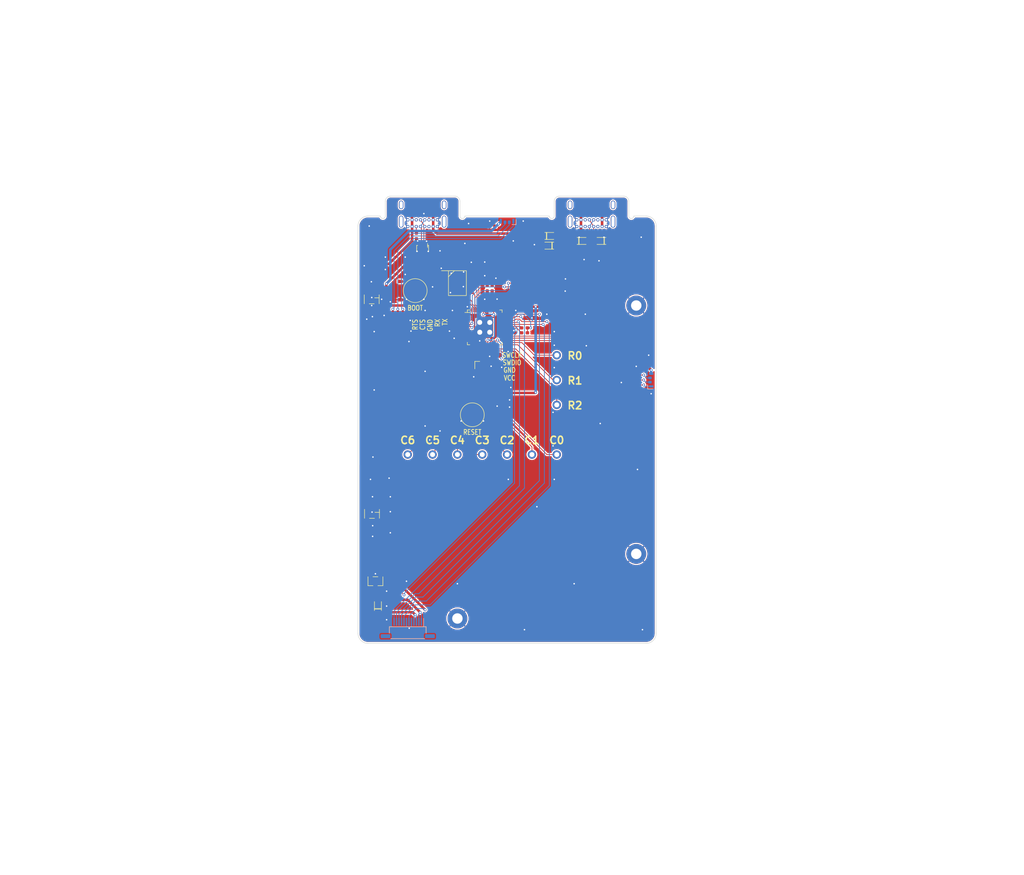
<source format=kicad_pcb>
(kicad_pcb (version 20240108) (generator "pcbnew") (generator_version "8.0")
  (layers (0 "F.Cu" signal) (31 "B.Cu" signal) (34 "B.Paste" user) (35 "F.Paste" user) (36 "B.SilkS" user "B.Silkscreen") (37 "F.SilkS" user "F.Silkscreen") (38 "B.Mask" user) (39 "F.Mask" user) (44 "Edge.Cuts" user))
  (net 0 "")
  (net 1 "Net-(U1-EN)")
  (net 2 "GND")
  (net 3 "VCC")
  (net 4 "Net-(U3-VREG_{OUT})")
  (net 5 "Net-(U2-EN)")
  (net 6 "+2V5")
  (net 7 "Net-(U3-X_{IN})")
  (net 8 "Net-(C22-Pad1)")
  (net 9 "/COL_{0}")
  (net 10 "VBUS")
  (net 11 "Net-(J2-D+1)")
  (net 12 "Net-(J2-D-1)")
  (net 13 "/COL_{1}")
  (net 14 "/COL_{2}")
  (net 15 "/COL_{6}")
  (net 16 "/COL_{3}")
  (net 17 "/COL_{4}")
  (net 18 "/COL_{5}")
  (net 19 "/ROW_{0}")
  (net 20 "/ROW_{1}")
  (net 21 "/ROW_{2}")
  (net 22 "Net-(D22-K)")
  (net 23 "Net-(D22-A)")
  (net 24 "Net-(J2-CC1)")
  (net 26 "Net-(J2-CC2)")
  (net 28 "/SCLK")
  (net 29 "/MISO")
  (net 30 "/SS")
  (net 31 "/DR")
  (net 32 "/MOSI")
  (net 33 "Net-(D24-Pad7)")
  (net 34 "Net-(D24-Pad6)")
  (net 35 "Net-(D25-A2)")
  (net 36 "Net-(D26-A2)")
  (net 37 "Net-(Q1-B)")
  (net 38 "Net-(U3-USB_{D+})")
  (net 39 "Net-(U3-USB_{D-})")
  (net 40 "Net-(U3-QSPI_{~{SS}})")
  (net 41 "Net-(D27-RK)")
  (net 42 "Net-(U3-X_{OUT})")
  (net 43 "Net-(D27-BK)")
  (net 44 "Net-(U3-P24)")
  (net 45 "Net-(U3-P23)")
  (net 46 "Net-(D27-GK)")
  (net 47 "Net-(D28-RK)")
  (net 48 "Net-(U3-P2)")
  (net 49 "Net-(U3-P3)")
  (net 50 "Net-(U3-P1)")
  (net 51 "Net-(U3-SWCLK)")
  (net 52 "Net-(U3-SWDIO)")
  (net 53 "Net-(U3-P0)")
  (net 56 "Net-(D28-BK)")
  (net 57 "Net-(D28-GK)")
  (net 58 "Net-(U3-QSPI_{SD3})")
  (net 59 "Net-(U3-QSPI_{CLK})")
  (net 60 "Net-(U3-QSPI_{SD0})")
  (net 61 "Net-(U3-QSPI_{SD2})")
  (net 62 "Net-(U3-QSPI_{SD1})")
  (net 63 "/LINK_TX")
  (net 64 "/LINK_RX")
  (net 65 "Net-(D29-A)")
  (net 70 "Net-(U3-RUN)")
  (net 71 "Net-(R2-Pad2)")
  (net 72 "Net-(R16-Pad2)")
  (net 74 "Net-(U3-P6)")
  (net 75 "Net-(U3-P7)")
  (net 76 "Net-(U3-P8)")
  (net 77 "Net-(U3-P19)")
  (net 78 "Net-(U3-P20)")
  (net 79 "Net-(U3-P21)")
  (footprint "fp:R_0402" (layer "F.Cu") (at 3.5 -19.5)
    (property "Reference" "R18" (hide yes))
    (property "Value" "5.1K")
  )
  (footprint "fp:SW_CK_PTS526" (layer "F.Cu") (at -18.5 -28)
    (property "Reference" "SW23" (hide yes))
    (property "Value" "BOOT")
  )
  (footprint "fp:R_0402" (layer "F.Cu") (at 3.5 -20.5)
    (property "Reference" "R19" (hide yes))
    (property "Value" "2.2K")
  )
  (footprint "fp:TestPoint" (layer "F.Cu") (at -15.5 -23)
    (property "Reference" "tGND1" (hide yes))
    (property "Value" "GND")
  )
  (footprint "fp:C_0402" (layer "F.Cu") (at -3 -15 -90)
    (property "Reference" "C19" (hide yes))
    (property "Value" "0.1")
  )
  (footprint "fp:C_0402" (layer "F.Cu") (at -3 -41 180)
    (property "Reference" "C23" (hide yes))
    (property "Value" "0.1")
  )
  (footprint "fp:SOT-23" (layer "F.Cu") (at -26.5 30.5 -90)
    (property "Reference" "Q1")
    (property "Value" "MMBT3904")
  )
  (footprint "fp:R_0402" (layer "F.Cu") (at 26 -11)
    (property "Reference" "R17" (hide yes))
    (property "Value" "10")
  )
  (footprint "fp:SOD-323" (layer "F.Cu") (at 8.5 -39)
    (property "Reference" "D23")
    (property "Value" "CUS520")
  )
  (footprint "fp:R_0402" (layer "F.Cu") (at -1.5 -8 -90)
    (property "Reference" "R2" (hide yes))
    (property "Value" "1K")
  )
  (footprint "fp:PinHeader_1x01" (layer "F.Cu") (at -15 5)
    (property "Reference" "COL_{5}1" (hide yes))
    (property "Value" "COL_{5}" (hide yes))
  )
  (footprint "fp:SOT-23-5" (layer "F.Cu") (at -27.1945 16.929001 -90)
    (property "Reference" "U2")
    (property "Value" "MIC5504-2.5YM5")
  )
  (footprint "fp:TestPoint" (layer "F.Cu") (at -18.5 -23)
    (property "Reference" "tRTS1" (hide yes))
    (property "Value" "RTS")
  )
  (footprint "fp:L_0603" (layer "F.Cu") (at -26 10.750001 -90)
    (property "Reference" "FB2" (hide yes))
    (property "Value" "PE-0603FB121ST")
  )
  (footprint "fp:R_0402" (layer "F.Cu") (at 16.5 -35.5 -90)
    (property "Reference" "R3" (hide yes))
    (property "Value" "50")
  )
  (footprint "fp:PinHeader_1x01" (layer "F.Cu") (at -10 5)
    (property "Reference" "COL_{4}1" (hide yes))
    (property "Value" "COL_{4}" (hide yes))
  )
  (footprint "fp:RH100-12.000-12-1010-X-TR-NS2" (layer "F.Cu") (at -5 -11.75 -90)
    (property "Reference" "X1" (hide yes))
    (property "Value" "RH100-12.000-12-1010-X-TR-NS2")
  )
  (footprint "fp:R_0402" (layer "F.Cu") (at 26 -8.999999)
    (property "Reference" "R14" (hide yes))
    (property "Value" "120")
  )
  (footprint "fp:MountingHole_M2_Pad" (layer "F.Cu") (at 26 -25)
    (property "Reference" "M3" (hide yes))
    (property "Value" "GND" (hide yes))
  )
  (footprint "fp:SOD-323" (layer "F.Cu") (at 15 -38)
    (property "Reference" "D25")
    (property "Value" "DESD5V0U1BA")
  )
  (footprint "fp:MountingHole_M2_Pad" (layer "F.Cu") (at 26 25)
    (property "Reference" "M1" (hide yes))
    (property "Value" "GND" (hide yes))
  )
  (footprint "fp:PinHeader_1x01" (layer "F.Cu") (at 10 -5)
    (property "Reference" "ROW_{2}1" (hide yes))
    (property "Value" "ROW_{3}" (hide yes))
  )
  (footprint "fp:C_0402" (layer "F.Cu") (at 28.5 -13.5 90)
    (property "Reference" "C24" (hide yes))
    (property "Value" "0.1")
  )
  (footprint "fp:R_0402" (layer "F.Cu") (at -0.25 -8 90)
    (property "Reference" "R1" (hide yes))
    (property "Value" "10K")
  )
  (footprint "fp:R_0402" (layer "F.Cu") (at -5 -15 -90)
    (property "Reference" "R12" (hide yes))
    (property "Value" "1K")
  )
  (footprint "fp:C_0402" (layer "F.Cu") (at -10.35 -19.85 180)
    (property "Reference" "C14" (hide yes))
    (property "Value" "0.1")
  )
  (footprint "fp:PinHeader_1x01" (layer "F.Cu") (at 10 -10)
    (property "Reference" "ROW_{1}1" (hide yes))
    (property "Value" "ROW_{2}" (hide yes))
  )
  (footprint "fp:C_0402" (layer "F.Cu") (at -26.75 -29.25 180)
    (property "Reference" "C2" (hide yes))
    (property "Value" "0.1")
  )
  (footprint "fp:SOD-323" (layer "F.Cu") (at 8.5 -37.05 180)
    (property "Reference" "D22")
    (property "Value" "CUS520")
  )
  (footprint "fp:SOP-8-4.9x3.9-P1.27" (layer "F.Cu") (at -10 -29.5 -90)
    (property "Reference" "U4" (hide yes))
    (property "Value" "ZD25Q80CT")
  )
  (footprint "fp:L_0603" (layer "F.Cu") (at -26.5 -32.5 -90)
    (property "Reference" "FB1" (hide yes))
    (property "Value" "PE-0603FB121ST")
  )
  (footprint "fp:C_0402" (layer "F.Cu") (at 1 -19.5)
    (property "Reference" "C16" (hide yes))
    (property "Value" "0.1")
  )
  (footprint "fp:R_0402" (layer "F.Cu") (at -15 -31.25 180)
    (property "Reference" "R16" (hide yes))
    (property "Value" "1K")
  )
  (footprint "fp:PinHeader_1x01" (layer "F.Cu") (at 10 -15)
    (property "Reference" "ROW_{0}1" (hide yes))
    (property "Value" "ROW_{1}" (hide yes))
  )
  (footprint "fp:C_0402" (layer "F.Cu") (at -26.5 14.000001 180)
    (property "Reference" "C6" (hide yes))
    (property "Value" "0.1")
  )
  (footprint "fp:C_0402" (layer "F.Cu") (at -4 -26 90)
    (property "Reference" "C13" (hide yes))
    (property "Value" "0.1")
  )
  (footprint "fp:R_0402" (layer "F.Cu") (at -16.25 -44 180)
    (property "Reference" "R7" (hide yes))
    (property "Value" "5.1K")
  )
  (footprint "fp:PinHeader_1x01" (layer "F.Cu") (at 5 5)
    (property "Reference" "COL_{1}1" (hide yes))
    (property "Value" "COL_{1}" (hide yes))
  )
  (footprint "fp:C_0402" (layer "F.Cu") (at -10 -23.5 180)
    (property "Reference" "C12" (hide yes))
    (property "Value" "0.1")
  )
  (footprint "fp:TestPoint" (layer "F.Cu") (at -1.5 -15)
    (property "Reference" "tSWCLK1" (hide yes))
    (property "Value" "SWCLK")
  )
  (footprint "fp:C_0402" (layer "F.Cu") (at -5 -26 90)
    (property "Reference" "C18" (hide yes))
    (property "Value" "0.1")
  )
  (footprint "fp:R_0402" (layer "F.Cu") (at 26 -10)
    (property "Reference" "R15" (hide yes))
    (property "Value" "10")
  )
  (footprint "fp:R_0402" (layer "F.Cu") (at 17.5 -35.5 90)
    (property "Reference" "R4" (hide yes))
    (property "Value" "50")
  )
  (footprint "fp:C_0402" (layer "F.Cu") (at -26.5 13.000001 180)
    (property "Reference" "C5" (hide yes))
    (property "Value" "1")
  )
  (footprint "fp:C_0402" (layer "F.Cu") (at -26.5 21.000001 180)
    (property "Reference" "C8" (hide yes))
    (property "Value" "1")
  )
  (footprint "fp:TestPoint" (layer "F.Cu") (at -17 -23)
    (property "Reference" "tCTS1" (hide yes))
    (property "Value" "CTS")
  )
  (footprint "fp:SOD-323" (layer "F.Cu") (at -26 35.5 90)
    (property "Reference" "D29")
    (property "Value" "MMBD914LT1")
  )
  (footprint "fp:R_0402" (layer "F.Cu") (at -22 -23 90)
    (property "Reference" "R10" (hide yes))
    (property "Value" "10")
  )
  (footprint "fp:R_0402" (layer "F.Cu") (at -18.25 -39 -90)
    (property "Reference" "R6" (hide yes))
    (property "Value" "5.1K")
  )
  (footprint "fp:R_0402" (layer "F.Cu") (at -21 -23 90)
    (property "Reference" "R9" (hide yes))
    (property "Value" "120")
  )
  (footprint "fp:TestPoint" (layer "F.Cu") (at -1.5 -10.5)
    (property "Reference" "tRUN1" (hide yes))
    (property "Value" "VCC")
  )
  (footprint "fp:C_0402" (layer "F.Cu") (at -8 -32.5 180)
    (property "Reference" "C20" (hide yes))
    (property "Value" "0.1")
  )
  (footprint "fp:C_0402" (layer "F.Cu") (at -2.75 -11.75 90)
    (property "Reference" "C22" (hide yes))
    (property "Value" "14p")
  )
  (footprint "fp:R_0402" (layer "F.Cu") (at -11.5 -32.5 180)
    (property "Reference" "R13" (hide yes))
    (property "Value" "10K")
  )
  (footprint "fp:SOD-323" (layer "F.Cu") (at 19 -38 180)
    (property "Reference" "D26")
    (property "Value" "DESD5V0U1BA")
  )
  (footprint "fp:PinHeader_1x01" (layer "F.Cu") (at 10 5)
    (property "Reference" "COL_{0}1" (hide yes))
    (property "Value" "COL_{0}" (hide yes))
  )
  (footprint "fp:TestPoint" (layer "F.Cu") (at -1.5 -12)
    (property "Reference" "tGND2" (hide yes))
    (property "Value" "GND")
  )
  (footprint "fp:R_0402" (layer "F.Cu") (at -4 -28.5 90)
    (property "Reference" "R5" (hide yes))
    (property "Value" "27.4")
  )
  (footprint "fp:C_0402" (layer "F.Cu") (at -26.5 20 180)
    (property "Reference" "C7" (hide yes))
    (property "Value" "0.1")
  )
  (footprint "fp:PinHeader_1x01" (layer "F.Cu") (at 0 5)
    (property "Reference" "COL_{2}1" (hide yes))
    (property "Value" "COL_{2}" (hide yes))
  )
  (footprint "fp:C_0402" (layer "F.Cu") (at 0.5 -24)
    (property "Reference" "C15" (hide yes))
    (property "Value" "0.1")
  )
  (footprint "fp:SW_CK_PTS526" (layer "F.Cu") (at -7 -3)
    (property "Reference" "SW22" (hide yes))
    (property "Value" "RESET")
  )
  (footprint "fp:C_0402" (layer "F.Cu") (at -26.75 -30.25 180)
    (property "Reference" "C1" (hide yes))
    (property "Value" "1")
  )
  (footprint "fp:TestPoint" (layer "F.Cu") (at -12.5 -23)
    (property "Reference" "tTX1" (hide yes))
    (property "Value" "TX")
  )
  (footprint "fp:C_0402" (layer "F.Cu") (at -26.75 -23.25 180)
    (property "Reference" "C3" (hide yes))
    (property "Value" "0.1")
  )
  (footprint "fp:PinHeader_1x01" (layer "F.Cu") (at -20 5)
    (property "Reference" "COL_{6}1" (hide yes))
    (property "Value" "ROW_{0}" (hide yes))
  )
  (footprint "fp:R_0402" (layer "F.Cu") (at -3 -28.5 -90)
    (property "Reference" "R8" (hide yes))
    (property "Value" "27.4")
  )
  (footprint "fp:C_0402" (layer "F.Cu") (at -4 -15 -90)
    (property "Reference" "C11" (hide yes))
    (property "Value" "0.1")
  )
  (footprint "fp:C_0402" (layer "F.Cu") (at -1.5 -26 90)
    (property "Reference" "C10" (hide yes))
    (property "Value" "1")
  )
  (footprint "fp:QFN-56-EP-7x7-P0.4" (layer "F.Cu") (at -4.5 -20.6)
    (property "Reference" "U3" (hide yes))
    (property "Value" "RP2040")
  )
  (footprint "fp:C_0402" (layer "F.Cu") (at -2.5 -26 90)
    (property "Reference" "C17" (hide yes))
    (property "Value" "1")
  )
  (footprint "fp:TestPoint" (layer "F.Cu") (at -14 -23)
    (property "Reference" "tRX1" (hide yes))
    (property "Value" "RX")
  )
  (footprint "fp:TestPoint" (layer "F.Cu") (at -1.5 -13.5)
    (property "Reference" "tSWDIO1" (hide yes))
    (property "Value" "SWDIO")
  )
  (footprint "fp:SOT-23-5" (layer "F.Cu") (at -27.25 -26.25 -90)
    (property "Reference" "U1")
    (property "Value" "MIC5504-3.3YM5")
  )
  (footprint "fp:PinHeader_1x01" (layer "F.Cu") (at -5 5)
    (property "Reference" "COL_{3}1" (hide yes))
    (property "Value" "COL_{3}" (hide yes))
  )
  (footprint "fp:C_0402" (layer "F.Cu") (at -26.5 22.000001 180)
    (property "Reference" "C9" (hide yes))
    (property "Value" "10")
  )
  (footprint "fp:R_0402" (layer "F.Cu") (at -23 -23 90)
    (property "Reference" "R11" (hide yes))
    (property "Value" "10")
  )
  (footprint "fp:MountingHole_M2_Pad" (layer "F.Cu") (at -10 38)
    (property "Reference" "M2" (hide yes))
    (property "Value" "GND" (hide yes))
  )
  (footprint "fp:C_0402" (layer "F.Cu") (at -26.75 -22.25 180)
    (property "Reference" "C4" (hide yes))
    (property "Value" "1")
  )
  (footprint "fp:L_0603" (layer "F.Cu") (at 4.5 -39)
    (property "Reference" "FB3" (hide yes))
    (property "Value" "PE-0603FB121ST")
  )
  (footprint "fp:DFN-8-2.5x1.2-P0.45" (layer "F.Cu") (at -17 -36.5 180)
    (property "Reference" "D24" (hide yes))
    (property "Value" "ECMF02-4CMX8")
  )
  (footprint "fp:C_0402" (layer "F.Cu") (at -7.25 -11.75 -90)
    (property "Reference" "C21" (hide yes))
    (property "Value" "14p")
  )
  (footprint "fp:Harvatek-B3233GBR-20" (layer "B.Cu") (at 0 -42 180)
    (property "Reference" "D27" (hide yes))
    (property "Value" "LED_BGRA" (hide yes))
  )
  (footprint "fp:FFC_GCT_FFC2B28-12-G" (layer "B.Cu") (at -20 41.562501 180)
    (property "Reference" "J3" (hide yes))
    (property "Value" "VALVE")
  )
  (footprint "fp:USB_GCT_USB4085-FG-A" (layer "B.Cu") (at -17 -47)
    (property "Reference" "J2" (hide yes))
    (property "Value" "USB-C-16")
  )
  (footprint "fp:USB_GCT_USB4085-FG-A" (layer "B.Cu") (at 17 -47)
    (property "Reference" "J1" (hide yes))
    (property "Value" "USB-C-16")
  )
  (footprint "fp:Harvatek-B3233GBR-20" (layer "B.Cu") (at 29 -10 90)
    (property "Reference" "D28" (hide yes))
    (property "Value" "LED_BGRA" (hide yes))
  )
  (gr_arc (start 25.5 -43) (mid 25 -42.5) (end 24.5 -43) (stroke (width 0.1)) (layer "Edge.Cuts"))
  (gr_line (start -8.5 -43) (end 8.5 -43) (stroke (width 0.1)) (layer "Edge.Cuts"))
  (gr_line (start 9.5 -43) (end 9.5 -46) (stroke (width 0.1)) (layer "Edge.Cuts"))
  (gr_arc (start -8.5 -43) (mid -9 -42.5) (end -9.5 -43) (stroke (width 0.1)) (layer "Edge.Cuts"))
  (gr_line (start -23.5 -47) (end -10.5 -47) (stroke (width 0.1)) (layer "Edge.Cuts"))
  (gr_arc (start 23.5 -47) (mid 24.207107 -46.707107) (end 24.5 -46) (stroke (width 0.1)) (layer "Edge.Cuts"))
  (gr_line (start -9.5 -46) (end -9.5 -43) (stroke (width 0.1)) (layer "Edge.Cuts"))
  (gr_arc (start 9.5 -46) (mid 9.792893 -46.707107) (end 10.5 -47) (stroke (width 0.1)) (layer "Edge.Cuts"))
  (gr_arc (start 9.5 -43) (mid 9 -42.5) (end 8.5 -43) (stroke (width 0.1)) (layer "Edge.Cuts"))
  (gr_arc (start -10.5 -47) (mid -9.792893 -46.707107) (end -9.5 -46) (stroke (width 0.1)) (layer "Edge.Cuts"))
  (gr_line (start 24.5 -46) (end 24.5 -43) (stroke (width 0.1)) (layer "Edge.Cuts"))
  (gr_arc (start -24.5 -43) (mid -25 -42.5) (end -25.5 -43) (stroke (width 0.1)) (layer "Edge.Cuts"))
  (gr_line (start 30 -41) (end 30 41) (stroke (width 0.1)) (layer "Edge.Cuts"))
  (gr_line (start 25.5 -43) (end 28 -43) (stroke (width 0.1)) (layer "Edge.Cuts"))
  (gr_line (start -24.5 -43) (end -24.5 -46) (stroke (width 0.1)) (layer "Edge.Cuts"))
  (gr_arc (start 30 41) (mid 29.414214 42.414214) (end 28 43) (stroke (width 0.1)) (layer "Edge.Cuts"))
  (gr_line (start -28 -43) (end -25.5 -43) (stroke (width 0.1)) (layer "Edge.Cuts"))
  (gr_arc (start -24.5 -46) (mid -24.207107 -46.707107) (end -23.5 -47) (stroke (width 0.1)) (layer "Edge.Cuts"))
  (gr_arc (start -28 43) (mid -29.414214 42.414214) (end -30 41) (stroke (width 0.1)) (layer "Edge.Cuts"))
  (gr_arc (start -30 -41) (mid -29.414214 -42.414214) (end -28 -43) (stroke (width 0.1)) (layer "Edge.Cuts"))
  (gr_line (start -30 41) (end -30 -41) (stroke (width 0.1)) (layer "Edge.Cuts"))
  (gr_line (start 10.5 -47) (end 23.5 -47) (stroke (width 0.1)) (layer "Edge.Cuts"))
  (gr_arc (start 28 -43) (mid 29.414214 -42.414214) (end 30 -41) (stroke (width 0.1)) (layer "Edge.Cuts"))
  (gr_line (start 28 43) (end -28 43) (stroke (width 0.1)) (layer "Edge.Cuts"))
  (gr_text "v3.0 RHS " (at 2.02 29.12 0) (layer "F.Cu" knockout) (effects (font (size 1 1) (thickness 0.25) (bold yes)) (justify left bottom)))
  (gr_text "Amosis" (at 2 28 0) (layer "F.Cu" knockout) (effects (font (size 3 3) (thickness 0.3) (bold yes)) (justify left bottom)))
  (gr_text "R2" (at 12 -4 0) (layer "F.SilkS") (effects (font (size 1.5 1.5) (thickness 0.3) (bold yes)) (justify left bottom)))
  (gr_text "C3" (at -5 3 0) (layer "F.SilkS") (effects (font (size 1.5 1.5) (thickness 0.3) (bold yes)) (justify bottom)))
  (gr_text "C2" (at 0 3 0) (layer "F.SilkS") (effects (font (size 1.5 1.5) (thickness 0.3) (bold yes)) (justify bottom)))
  (gr_text "C4" (at -10 3 0) (layer "F.SilkS") (effects (font (size 1.5 1.5) (thickness 0.3) (bold yes)) (justify bottom)))
  (gr_text "C0" (at 10 3 0) (layer "F.SilkS") (effects (font (size 1.5 1.5) (thickness 0.3) (bold yes)) (justify bottom)))
  (gr_text "C1" (at 5 3 0) (layer "F.SilkS") (effects (font (size 1.5 1.5) (thickness 0.3) (bold yes)) (justify bottom)))
  (gr_text "C6" (at -20 3 0) (layer "F.SilkS") (effects (font (size 1.5 1.5) (thickness 0.3) (bold yes)) (justify bottom)))
  (gr_text "R0" (at 12 -14 0) (layer "F.SilkS") (effects (font (size 1.5 1.5) (thickness 0.3) (bold yes)) (justify left bottom)))
  (gr_text "C5" (at -15 3 0) (layer "F.SilkS") (effects (font (size 1.5 1.5) (thickness 0.3) (bold yes)) (justify bottom)))
  (gr_text "R1" (at 12 -9 0) (layer "F.SilkS") (effects (font (size 1.5 1.5) (thickness 0.3) (bold yes)) (justify left bottom)))
  (segment (start -26.1825 -31.307501) (end -26.5 -31.625001) (width 0.1524) (layer "F.Cu") (net 1))
  (segment (start -26.3 -27.6) (end -26.1825 -27.7175) (width 0.1524) (layer "F.Cu") (net 1))
  (segment (start -28.2 -26.53) (end -28.2 -27.6) (width 0.1524) (layer "F.Cu") (net 1))
  (segment (start -26.87 -26.06) (end -27.73 -26.06) (width 0.1524) (layer "F.Cu") (net 1))
  (segment (start -26.1825 -29.25) (end -26.1825 -30.25) (width 0.508) (layer "F.Cu") (net 1))
  (segment (start -27.73 -26.06) (end -28.2 -26.53) (width 0.1524) (layer "F.Cu") (net 1))
  (segment (start -26.1825 -30.25) (end -26.1825 -31.307501) (width 0.508) (layer "F.Cu") (net 1))
  (segment (start -26.3 -27.6) (end -26.3 -26.63) (width 0.1524) (layer "F.Cu") (net 1))
  (segment (start -26.3 -26.63) (end -26.87 -26.06) (width 0.1524) (layer "F.Cu") (net 1))
  (segment (start -26.1825 -27.7175) (end -26.1825 -29.25) (width 0.508) (layer "F.Cu") (net 1))
  (segment (start 1.0675 -24) (end 1.75 -24) (width 0.1524) (layer "F.Cu") (net 2))
  (segment (start -11.4 -27.595) (end -12.65 -27.595) (width 0.1524) (layer "F.Cu") (net 2))
  (segment (start -6.7175 -10.65) (end -5.8 -10.65) (width 0.254) (layer "F.Cu") (net 2))
  (segment (start -10 -1.15) (end -9.85 -1.15) (width 0.1524) (layer "F.Cu") (net 2))
  (segment (start -27.3175 -22.9675) (end -27.11 -22.76) (width 0.1524) (layer "F.Cu") (net 2))
  (segment (start -10.5675 -23.5) (end -10.5675 -23.5675) (width 0.1524) (layer "F.Cu") (net 2))
  (segment (start -27.25 -29.1825) (end -27.3175 -29.25) (width 0.1524) (layer "F.Cu") (net 2))
  (segment (start -3.51 -14.76) (end -3.3275 -14.76) (width 0.1524) (layer "F.Cu") (net 2))
  (segment (start -27.3175 -22.25) (end -27.3175 -22.5525) (width 0.1524) (layer "F.Cu") (net 2))
  (segment (start -27.0675 21.4675) (end -27.07 21.47) (width 0.1524) (layer "F.Cu") (net 2))
  (segment (start -7.25 -11.1825) (end -6.7175 -10.65) (width 0.254) (layer "F.Cu") (net 2))
  (segment (start -8.5675 -31.9325) (end -8.5675 -32.5) (width 0.1524) (layer "F.Cu") (net 2))
  (segment (start -16.65 -26.15) (end -15.5 -26.15) (width 0.1524) (layer "F.Cu") (net 2))
  (segment (start -3.75 -14.76) (end -4 -14.51) (width 0.1524) (layer "F.Cu") (net 2))
  (segment (start -2.2875 -26.5675) (end -2.01 -26.29) (width 0.1524) (layer "F.Cu") (net 2))
  (segment (start -4 -14.51) (end -4 -14.4325) (width 0.1524) (layer "F.Cu") (net 2))
  (segment (start -2.5 -26.5675) (end -2.2875 -26.5675) (width 0.1524) (layer "F.Cu") (net 2))
  (segment (start -27.0675 21.000001) (end -27.0675 20) (width 0.508) (layer "F.Cu") (net 2))
  (segment (start -27.25 -26.62) (end -27.24 -26.61) (width 0.1524) (layer "F.Cu") (net 2))
  (segment (start 1.5675 -19.5) (end 1.5675 -19.7325) (width 0.1524) (layer "F.Cu") (net 2))
  (segment (start -3.2125 -12.78) (end -4.13 -12.78) (width 0.254) (layer "F.Cu") (net 2))
  (segment (start -20.35 -26.15) (end -21.5 -26.15) (width 0.1524) (layer "F.Cu") (net 2))
  (segment (start -27.3175 -22.5525) (end -27.11 -22.76) (width 0.1524) (layer "F.Cu") (net 2))
  (segment (start -27.0675 21.4725) (end -27.07 21.47) (width 0.1524) (layer "F.Cu") (net 2))
  (segment (start -10.5675 -23.5675) (end -11 -24) (width 0.1524) (layer "F.Cu") (net 2))
  (segment (start -2.75 -12.3175) (end -3.2125 -12.78) (width 0.254) (layer "F.Cu") (net 2))
  (segment (start 19.5 -38.75) (end 19.5 -38.749999) (width 0.1524) (layer "F.Cu") (net 2))
  (segment (start -1.5 -26.5675) (end -1.7325 -26.5675) (width 0.1524) (layer "F.Cu") (net 2))
  (segment (start -20.25 -26.25) (end -20.35 -26.15) (width 0.1524) (layer "F.Cu") (net 2))
  (segment (start -4.15 -1.15) (end -4.75 -1.75) (width 0.1524) (layer "F.Cu") (net 2))
  (segment (start -16.25 -37.1) (end -16.21 -37.14) (width 0.1524) (layer "F.Cu") (net 2))
  (segment (start -16.5 -24) (end -15.5 -23) (width 0.1524) (layer "F.Cu") (net 2))
  (segment (start -4.13 -12.78) (end -4.2 -12.85) (width 0.254) (layer "F.Cu") (net 2))
  (segment (start -8.75 -31.75) (end -8.5675 -31.9325) (width 0.1524) (layer "F.Cu") (net 2))
  (segment (start -27.0675 22.000001) (end -27.0675 21.4725) (width 0.1524) (layer "F.Cu") (net 2))
  (segment (start -27.25 -27.6) (end -27.25 -28.56) (width 0.508) (layer "F.Cu") (net 2))
  (segment (start -5.4 -11.2) (end -5.4 -10.61) (width 0.1524) (layer "F.Cu") (net 2))
  (segment (start -1.7325 -26.5675) (end -2.01 -26.29) (width 0.1524) (layer "F.Cu") (net 2))
  (segment (start -27.0675 13.4675) (end -27.09 13.49) (width 0.1524) (layer "F.Cu") (net 2))
  (segment (start -16.25 -35.9) (end -15.86 -35.9) (width 0.1524) (layer "F.Cu") (net 2))
  (segment (start -4.5 -26.26) (end -4.8075 -26.5675) (width 0.1524) (layer "F.Cu") (net 2))
  (segment (start -4 -1.15) (end -4.15 -1.15) (width 0.1524) (layer "F.Cu") (net 2))
  (segment (start 14.5 -38.749999) (end 13.750001 -38) (width 0.1524) (layer "F.Cu") (net 2))
  (segment (start -27.1945 14.127001) (end -27.0675 14.000001) (width 0.1524) (layer "F.Cu") (net 2))
  (segment (start -27.0675 13.000001) (end -27.0675 13.4675) (width 0.1524) (layer "F.Cu") (net 2))
  (segment (start -27.0675 14.000001) (end -27.0675 13.5125) (width 0.1524) (layer "F.Cu") (net 2))
  (segment (start -9.85 -1.15) (end -9.25 -1.75) (width 0.1524) (layer "F.Cu") (net 2))
  (segment (start -27.0675 20) (end -27.0675 19.3275) (width 0.508) (layer "F.Cu") (net 2))
  (segment (start -27.0675 19.3275) (end -27.06 19.32) (width 0.1524) (layer "F.Cu") (net 2))
  (segment (start -27.1945 15.579001) (end -27.1945 14.127001) (width 0.508) (layer "F.Cu") (net 2))
  (segment (start -27.25 -28.56) (end -27.25 -26.62) (width 0.1524) (layer "F.Cu") (net 2))
  (segment (start 1.5675 -19.7325) (end 1.35 -19.95) (width 0.1524) (layer "F.Cu") (net 2))
  (segment (start -5.4 -10.61) (end -5.85 -10.16) (width 0.1524) (layer "F.Cu") (net 2))
  (segment (start -17.75 -35.9) (end -18.14 -35.9) (width 0.1524) (layer "F.Cu") (net 2))
  (segment (start -4.8075 -26.5675) (end -5 -26.5675) (width 0.1524) (layer "F.Cu") (net 2))
  (segment (start -4.1925 -26.5675) (end -4 -26.5675) (width 0.1524) (layer "F.Cu") (net 2))
  (segment (start -18.25 -38.4025) (end -18.25 -38.25) (width 0.508) (layer "F.Cu") (net 2))
  (segment (start -27.25 -28.56) (end -27.25 -29.1825) (width 0.508) (layer "F.Cu") (net 2))
  (segment (start -5.5 -17.87) (end -5.51 -17.88) (width 0.1524) (layer "F.Cu") (net 2))
  (segment (start -27.1945 15.579001) (end -27.1945 16.5655) (width 0.1524) (layer "F.Cu") (net 2))
  (segment (start -11.6 -19.85) (end -10.9175 -19.85) (width 0.1524) (layer "F.Cu") (net 2))
  (segment (start -27.1945 16.5655) (end -27.18 16.58) (width 0.1524) (layer "F.Cu") (net 2))
  (segment (start -27.0675 21.000001) (end -27.0675 21.4675) (width 0.1524) (layer "F.Cu") (net 2))
  (segment (start -27.3175 -23.25) (end -27.3175 -22.9675) (width 0.1524) (layer "F.Cu") (net 2))
  (segment (start -16.8475 -43.5975) (end -16.75 -43.5) (width 0.508) (layer "F.Cu") (net 2))
  (segment (start -16.8475 -44) (end -16.8475 -43.5975) (width 0.508) (layer "F.Cu") (net 2))
  (segment (start -18.25 -38.25) (end -18 -38) (width 0.508) (layer "F.Cu") (net 2))
  (segment (start -27.3175 -29.25) (end -27.3175 -30.25) (width 0.1524) (layer "F.Cu") (net 2))
  (segment (start -4.5 -26.26) (end -4.1925 -26.5675) (width 0.1524) (layer "F.Cu") (net 2))
  (segment (start -27.0675 13.5125) (end -27.09 13.49) (width 0.1524) (layer "F.Cu") (net 2))
  (segment (start 19.5 -38.749999) (end 20.249999 -38) (width 0.1524) (layer "F.Cu") (net 2))
  (segment (start -1.09 -12.41) (end -1.09 -12.56) (width 0.1524) (layer "F.Cu") (net 2))
  (segment (start -3.51 -14.76) (end -3.75 -14.76) (width 0.1524) (layer "F.Cu") (net 2))
  (segment (start -16.21 -37.14) (end -16.21 -37.94) (width 0.1524) (layer "F.Cu") (net 2))
  (segment (start 14.5 -38.75) (end 14.5 -38.749999) (width 0.1524) (layer "F.Cu") (net 2))
  (segment (start -1.5 -12) (end -1.09 -12.41) (width 0.1524) (layer "F.Cu") (net 2))
  (segment (start -5.5 -17.1) (end -5.5 -17.87) (width 0.1524) (layer "F.Cu") (net 2))
  (segment (start -16.75 -26.25) (end -16.65 -26.15) (width 0.1524) (layer "F.Cu") (net 2))
  (segment (start -3.3275 -14.76) (end -3 -14.4325) (width 0.1524) (layer "F.Cu") (net 2))
  (via (at -8.8 -28.8) (size 0.56) (drill 0.3) (layers "F.Cu" "B.Cu") (net 2))
  (via (at -7.2 -33.7) (size 0.56) (drill 0.3) (layers "F.Cu" "B.Cu") (net 2))
  (via (at 1.75 -24) (size 0.56) (drill 0.3) (layers "F.Cu" "B.Cu") (net 2))
  (via (at 0.21 -15.73) (size 0.56) (drill 0.3) (layers "F.Cu" "B.Cu") (net 2))
  (via (at -2 -4.75) (size 0.56) (drill 0.3) (layers "F.Cu" "B.Cu") (net 2))
  (via (at 28.5 -15) (size 0.56) (drill 0.3) (layers "F.Cu" "B.Cu") (net 2))
  (via (at -23.5 13.5) (size 0.56) (drill 0.3) (layers "F.Cu" "B.Cu") (net 2))
  (via (at 3.25 -42) (size 0.56) (drill 0.3) (layers "F.Cu" "B.Cu") (net 2))
  (via (at 5 -22.5) (size 0.56) (drill 0.3) (layers "F.Cu" "B.Cu") (net 2))
  (via (at 9.5 -17) (size 0.56) (drill 0.3) (layers "F.Cu" "B.Cu") (net 2))
  (via (at -10 31) (size 0.56) (drill 0.3) (layers "F.Cu" "B.Cu") (net 2))
  (via (at -8 -24.75) (size 0.56) (drill 0.3) (layers "F.Cu" "B.Cu") (net 2))
  (via (at -19.7 39.95) (size 0.56) (drill 0.3) (layers "F.Cu" "B.Cu") (net 2))
  (via (at 15.95 -16.9) (size 0.56) (drill 0.3) (layers "F.Cu" "B.Cu") (net 2))
  (via (at 0.5 -4.55) (size 0.56) (drill 0.3) (layers "F.Cu" "B.Cu") (net 2))
  (via (at -6.7175 -10.65) (size 0.56) (drill 0.3) (layers "F.Cu" "B.Cu") (net 2))
  (via (at -8.5 -37.5) (size 0.56) (drill 0.3) (layers "F.Cu" "B.Cu") (net 2))
  (via (at -16.21 -37.94) (size 0.56) (drill 0.3) (layers "F.Cu" "B.Cu") (net 2))
  (via (at -15.86 -35.9) (size 0.56) (drill 0.3) (layers "F.Cu" "B.Cu") (net 2))
  (via (at 9.5 10) (size 0.56) (drill 0.3) (layers "F.Cu" "B.Cu") (net 2))
  (via (at -27 5.5) (size 0.56) (drill 0.3) (layers "F.Cu" "B.Cu") (net 2))
  (via (at -13.5 -36) (size 0.56) (drill 0.3) (layers "F.Cu" "B.Cu") (net 2))
  (via (at -27.75 -41) (size 0.56) (drill 0.3) (layers "F.Cu" "B.Cu") (net 2))
  (via (at -1.09 -12.56) (size 0.56) (drill 0.3) (layers "F.Cu" "B.Cu") (net 2))
  (via (at -3.49 -21.59) (size 1.4) (drill 1) (layers "F.Cu" "B.Cu") (net 2))
  (via (at -15 -28.75) (size 0.56) (drill 0.3) (layers "F.Cu" "B.Cu") (net 2))
  (via (at -4.5 -26.26) (size 0.56) (drill 0.3) (layers "F.Cu" "B.Cu") (net 2))
  (via (at 6 15.5) (size 0.56) (drill 0.3) (layers "F.Cu" "B.Cu") (net 2))
  (via (at -25.25 -26.25) (size 0.56) (drill 0.3) (layers "F.Cu" "B.Cu") (net 2))
  (via (at -20.25 30.5) (size 0.56) (drill 0.3) (layers "F.Cu" "B.Cu") (net 2))
  (via (at -27.11 -22.76) (size 0.56) (drill 0.3) (layers "F.Cu" "B.Cu") (net 2))
  (via (at 15.5 -34.25) (size 0.56) (drill 0.3) (layers "F.Cu" "B.Cu") (net 2))
  (via (at 18.5 -34) (size 0.56) (drill 0.3) (layers "F.Cu" "B.Cu") (net 2))
  (via (at -20.5 -31.25) (size 0.56) (drill 0.3) (layers "F.Cu" "B.Cu") (net 2))
  (via (at -16.5 -11.75) (size 0.56) (drill 0.3) (layers "F.Cu" "B.Cu") (net 2))
  (via (at -27.25 -25) (size 0.56) (drill 0.3) (layers "F.Cu" "B.Cu") (net 2))
  (via (at -11.6 -19.85) (size 0.56) (drill 0.3) (layers "F.Cu" "B.Cu") (net 2))
  (via (at -23.5 -25.75) (size 0.56) (drill 0.3) (layers "F.Cu" "B.Cu") (net 2))
  (via (at -11.25 -31.5) (size 0.56) (drill 0.3) (layers "F.Cu" "B.Cu") (net 2))
  (via (at 1.25 -38) (size 0.56) (drill 0.3) (layers "F.Cu" "B.Cu") (net 2))
  (via (at -27.18 16.58) (size 0.56) (drill 0.3) (layers "F.Cu" "B.Cu") (net 2))
  (via (at 27 -38.75) (size 0.56) (drill 0.3) (layers "F.Cu" "B.Cu") (net 2))
  (via (at -27.3175 -29.78) (size 0.56) (drill 0.3) (layers "F.Cu" "B.Cu") (net 2))
  (via (at -26.75 -8) (size 0.56) (drill 0.3) (layers "F.Cu" "B.Cu") (net 2))
  (via (at 14.5 -38.75) (size 0.56) (drill 0.3) (layers "F.Cu" "B.Cu") (net 2))
  (via (at -2.25 -30.5) (size 0.56) (drill 0.3) (layers "F.Cu" "B.Cu") (net 2))
  (via (at -24.25 38.25) (size 0.56) (drill 0.3) (layers "F.Cu" "B.Cu") (net 2))
  (via (at -16.75 -43.5) (size 0.56) (drill 0.3) (layers "F.Cu" "B.Cu") (net 2))
  (via (at -23.5 16.5) (size 0.56) (drill 0.3) (layers "F.Cu" "B.Cu") (net 2))
  (via (at -19.5 -22) (size 0.56) (drill 0.3) (layers "F.Cu" "B.Cu") (net 2))
  (via (at 15.75 -23.25) (size 0.56) (drill 0.3) (layers "F.Cu" "B.Cu") (net 2))
  (via (at 1.35 -19.95) (size 0.56) (drill 0.3) (layers "F.Cu" "B.Cu") (net 2))
  (via (at 8 -23.25) (size 0.56) (drill 0.3) (layers "F.Cu" "B.Cu") (net 2))
  (via (at -24.25 32.5) (size 0.56) (drill 0.3) (layers "F.Cu" "B.Cu") (net 2))
  (via (at -23.5 20.75) (size 0.56) (drill 0.3) (layers "F.Cu" "B.Cu") (net 2))
  (via (at -5.51 -17.88) (size 0.56) (drill 0.3) (layers "F.Cu" "B.Cu") (net 2))
  (via (at 11.7 -27.9) (size 0.56) (drill 0.3) (layers "F.Cu" "B.Cu") (net 2))
  (via (at 11.75 -30.35) (size 0.56) (drill 0.3) (layers "F.Cu" "B.Cu") (net 2))
  (via (at -11 -24) (size 0.56) (drill 0.3) (layers "F.Cu" "B.Cu") (net 2))
  (via (at -4.5 -33.75) (size 0.56) (drill 0.3) (layers "F.Cu" "B.Cu") (net 2))
  (via (at -23.75 9.75) (size 0.56) (drill 0.3) (layers "F.Cu" "B.Cu") (net 2))
  (via (at 3.5 40.25) (size 0.56) (drill 0.3) (layers "F.Cu" "B.Cu") (net 2))
  (via (at -20.25 -26.25) (size 0.56) (drill 0.3) (layers "F.Cu" "B.Cu") (net 2))
  (via (at -28.25 -22.25) (size 0.56) (drill 0.3) (layers "F.Cu" "B.Cu") (net 2))
  (via (at -24.5 -34.75) (size 0.56) (drill 0.3) (layers "F.Cu" "B.Cu") (net 2))
  (via (at -4.5 -31) (size 0.56) (drill 0.3) (layers "F.Cu" "B.Cu") (net 2))
  (via (at -3.5 -42) (size 0.56) (drill 0.3) (layers "F.Cu" "B.Cu") (net 2))
  (via (at 27.25 40.25) (size 0.56) (drill 0.3) (layers "F.Cu" "B.Cu") (net 2))
  (via (at -27.09 13.49) (size 0.56) (drill 0.3) (layers "F.Cu" "B.Cu") (net 2))
  (via (at -18.14 -35.9) (size 0.56) (drill 0.3) (layers "F.Cu" "B.Cu") (net 2))
  (via (at 9.5 -12.5) (size 0.56) (drill 0.3) (layers "F.Cu" "B.Cu") (net 2))
  (via (at -5.51 -21.61) (size 1.4) (drill 1) (layers "F.Cu" "B.Cu") (net 2))
  (via (at -3.51 -14.76) (size 0.56) (drill 0.3) (layers "F.Cu" "B.Cu") (net 2))
  (via (at -9.25 -1.75) (size 0.56) (drill 0.3) (layers "F.Cu" "B.Cu") (net 2))
  (via (at -7.75 -41.5) (size 0.56) (drill 0.3) (layers "F.Cu" "B.Cu") (net 2))
  (via (at -10.65 -18.4) (size 0.56) (drill 0.3) (layers "F.Cu" "B.Cu") (net 2))
  (via (at -5.5 -19.62) (size 1.4) (drill 1) (layers "F.Cu" "B.Cu") (net 2))
  (via (at -16.5 -0.75) (size 0.56) (drill 0.3) (layers "F.Cu" "B.Cu") (net 2))
  (via (at 9.25 3.25) (size 0.56) (drill 0.3) (layers "F.Cu" "B.Cu") (net 2))
  (via (at 0.25 10) (size 0.56) (drill 0.3) (layers "F.Cu" "B.Cu") (net 2))
  (via (at -11.4 -27.595) (size 0.56) (drill 0.3) (layers "F.Cu" "B.Cu") (net 2))
  (via (at 5.5 -37.25) (size 0.56) (drill 0.3) (layers "F.Cu" "B.Cu") (net 2))
  (via (at 19.5 -38.75) (size 0.56) (drill 0.3) (layers "F.Cu" "B.Cu") (net 2))
  (via (at -28.75 -33) (size 0.56) (drill 0.3) (layers "F.Cu" "B.Cu") (net 2))
  (via (at -19.35 -19.85) (size 0.56) (drill 0.3) (layers "F.Cu" "B.Cu") (net 2))
  (via (at 0.5 -6) (size 0.56) (drill 0.3) (layers "F.Cu" "B.Cu") (net 2))
  (via (at 9.25 -3.5) (size 0.56) (drill 0.3) (layers "F.Cu" "B.Cu") (net 2))
  (via (at -24.75 -23) (size 0.56) (drill 0.3) (layers "F.Cu" "B.Cu") (net 2))
  (via (at 26 -12.75) (size 0.56) (drill 0.3) (layers "F.Cu" "B.Cu") (net 2))
  (via (at 23 -9.5) (size 0.56) (drill 0.3) (layers "F.Cu" "B.Cu") (net 2))
  (via (at -27.07 21.47) (size 0.56) (drill 0.3) (layers "F.Cu" "B.Cu") (net 2))
  (via (at -13.5 0.25) (size 0.56) (drill 0.3) (layers "F.Cu" "B.Cu") (net 2))
  (via (at -13.25 -32.5) (size 0.56) (drill 0.3) (layers "F.Cu" "B.Cu") (net 2))
  (via (at 26.25 8) (size 0.56) (drill 0.3) (layers "F.Cu" "B.Cu") (net 2))
  (via (at 13.5 31) (size 0.56) (drill 0.3) (layers "F.Cu" "B.Cu") (net 2))
  (via (at -24.5 -32.25) (size 0.56) (drill 0.3) (layers "F.Cu" "B.Cu") (net 2))
  (via (at -2.01 -26.29) (size 0.56) (drill 0.3) (layers "F.Cu" "B.Cu") (net 2))
  (via (at -16.75 -26.25) (size 0.56) (drill 0.3) (layers "F.Cu" "B.Cu") (net 2))
  (via (at 29 -7.25) (size 0.56) (drill 0.3) (layers "F.Cu" "B.Cu") (net 2))
  (via (at 18.75 -1.25) (size 0.56) (drill 0.3) (layers "F.Cu" "B.Cu") (net 2))
  (via (at -3.2125 -12.78) (size 0.56) (drill 0.3) (layers "F.Cu" "B.Cu") (net 2))
  (via (at -16.5 -24) (size 0.56) (drill 0.3) (layers "F.Cu" "B.Cu") (net 2))
  (via (at -27.5 10) (size 0.56) (drill 0.3) (layers "F.Cu" "B.Cu") (net 2))
  (via (at -3.5 -19.62) (size 1.4) (drill 1) (layers "F.Cu" "B.Cu") (net 2))
  (via (at -18 -38) (size 0.56) (drill 0.3) (layers "F.Cu" "B.Cu") (net 2))
  (via (at -24.25 35.5) (size 0.56) (drill 0.3) (layers "F.Cu" "B.Cu") (net 2))
  (via (at -8.75 -31.75) (size 0.56) (drill 0.3) (layers "F.Cu" "B.Cu") (net 2))
  (via (at -4.75 -1.75) (size 0.56) (drill 0.3) (layers "F.Cu" "B.Cu") (net 2))
  (via (at -19.75 -17.75) (size 0.56) (drill 0.3) (layers "F.Cu" "B.Cu") (net 2))
  (via (at -27.24 -26.61) (size 0.56) (drill 0.3) (layers "F.Cu" "B.Cu") (net 2))
  (via (at -27.06 19.32) (size 0.56) (drill 0.3) (layers "F.Cu" "B.Cu") (net 2))
  (via (at 0.75 -8.5) (size 0.56) (drill 0.3) (layers "F.Cu" "B.Cu") (net 2))
  (via (at -15.577952 2.060478) (size 0.56) (drill 0.3) (layers "F.Cu" "B.Cu") (net 2))
  (via (at -20.5 -34.75) (size 0.56) (drill 0.3) (layers "F.Cu" "B.Cu") (net 2))
  (via (at 9.5 -19.75) (size 0.56) (drill 0.3) (layers "F.Cu" "B.Cu") (net 2))
  (via (at -26.5 29) (size 0.56) (drill 0.3) (layers "F.Cu" "B.Cu") (net 2))
  (via (at -26.75 -19.75) (size 0.56) (drill 0.3) (layers "F.Cu" "B.Cu") (net 2))
  (segment (start -20.249999 39.95) (end -19.7 39.95) (width 0.1524) (layer "B.Cu") (net 2))
  (segment (start -19.25 38.662502) (end -19.25 39.95) (width 0.1524) (layer "B.Cu") (net 2))
  (segment (start -19.25 39.95) (end -19.7 39.95) (width 0.1524) (layer "B.Cu") (net 2))
  (segment (start -20.249999 38.662501) (end -20.249999 39.95) (width 0.1524) (layer "B.Cu") (net 2))
  (segment (start -3.9 -24.1) (end -3.9 -25.3325) (width 0.254) (layer "F.Cu") (net 3))
  (segment (start -26.1825 -22.25) (end -26.1825 -23.25) (width 0.508) (layer "F.Cu") (net 3))
  (segment (start -2.26 -22.72) (end -2.26 -20.18) (width 0.254) (layer "F.Cu") (net 3))
  (segment (start -8 -23.2) (end -6.54 -23.2) (width 0.254) (layer "F.Cu") (net 3))
  (segment (start -0.0675 -23.8325) (end -0.0675 -24) (width 0.1524) (layer "F.Cu") (net 3))
  (segment (start -10.5 -25) (end -10.95 -25) (width 0.508) (layer "F.Cu") (net 3))
  (segment (start -28.25 5.75) (end -28.25 -19.75) (width 0.508) (layer "F.Cu") (net 3))
  (segment (start -10.9025 -32.5975) (end -10 -33.5) (width 0.508) (layer "F.Cu") (net 3))
  (segment (start 16.25 -24.75) (end 29 -12) (width 0.508) (layer "F.Cu") (net 3))
  (segment (start -10.9025 -32.5) (end -10.9025 -32.6525) (width 0.508) (layer "F.Cu") (net 3))
  (segment (start -8 -19.6) (end -9.5325 -19.6) (width 0.254) (layer "F.Cu") (net 3))
  (segment (start -4.3 -17.1) (end -4.3 -17.7) (width 0.254) (layer "F.Cu") (net 3))
  (segment (start -1.44 -23.2) (end -1 -23.2) (width 0.254) (layer "F.Cu") (net 3))
  (segment (start -4.3 -17.1) (end -4.3 -15.8675) (width 0.254) (layer "F.Cu") (net 3))
  (segment (start -7.44 -19.6) (end -8 -19.6) (width 0.254) (layer "F.Cu") (net 3))
  (segment (start -2.71 -18.57) (end -4.64 -18.57) (width 0.254) (layer "F.Cu") (net 3))
  (segment (start -24.3 -29.38) (end -24.3 -25.05) (width 0.508) (layer "F.Cu") (net 3))
  (segment (start -26.3 -24.9) (end -26.3 -23.3675) (width 0.508) (layer "F.Cu") (net 3))
  (segment (start -6.54 -18.8) (end -6.54 -23.2) (width 0.254) (layer "F.Cu") (net 3))
  (segment (start -4.3 -24.1) (end -4.3 -25.1325) (width 0.254) (layer "F.Cu") (net 3))
  (segment (start -4.87 -18.27) (end -4.94 -18.27) (width 0.254) (layer "F.Cu") (net 3))
  (segment (start -3.9 -24.1) (end -3.9 -23.28) (width 0.254) (layer "F.Cu") (net 3))
  (segment (start -1.71 -41.43) (end -1.87 -41.43) (width 0.1524) (layer "F.Cu") (net 3))
  (segment (start -6.36 -18.52) (end -6.59 -18.75) (width 0.254) (layer "F.Cu") (net 3))
  (segment (start 5.75 -24.75) (end 0.5 -24.75) (width 0.508) (layer "F.Cu") (net 3))
  (segment (start -1.68 -19.6) (end -2.71 -18.57) (width 0.254) (layer "F.Cu") (net 3))
  (segment (start -8 -23.2) (end -9.1325 -23.2) (width 0.254) (layer "F.Cu") (net 3))
  (segment (start -9.4325 -23.9325) (end -10.5 -25) (width 0.508) (layer "F.Cu") (net 3))
  (segment (start -28.25 -19.75) (end -26.1825 -21.8175) (width 0.508) (layer "F.Cu") (net 3))
  (segment (start -3.575 -22.955) (end -3.27 -22.65) (width 0.254) (layer "F.Cu") (net 3))
  (segment (start 5.75 -7.5) (end 5.6525 -7.4025) (width 0.1524) (layer "F.Cu") (net 3))
  (segment (start -4.3 -15.8675) (end -4 -15.5675) (width 0.254) (layer "F.Cu") (net 3))
  (segment (start -5.19 -18.52) (end -6.36 -18.52) (width 0.254) (layer "F.Cu") (net 3))
  (segment (start -7.35 -32.404999) (end -7.35 -31.405) (width 0.508) (layer "F.Cu") (net 3))
  (segment (start -24.75 28) (end -24.75 9.25) (width 0.508) (layer "F.Cu") (net 3))
  (segment (start -11.75 -33.5) (end -20.18 -33.5) (width 0.508) (layer "F.Cu") (net 3))
  (segment (start -1 -19.6) (end 0.3325 -19.6) (width 0.254) (layer "F.Cu") (net 3))
  (segment (start -6.59 -18.75) (end -7.44 -19.6) (width 0.254) (layer "F.Cu") (net 3))
  (segment (start -4.64 -18.57) (end -4.94 -18.27) (width 0.254) (layer "F.Cu") (net 3))
  (segment (start 5.75 -24.75) (end 16.25 -24.75) (width 0.508) (layer "F.Cu") (net 3))
  (segment (start -1 -23.2) (end -0.7 -23.2) (width 0.254) (layer "F.Cu") (net 3))
  (segment (start -1.87 -41.43) (end -2.3 -41) (width 0.1524) (layer "F.Cu") (net 3))
  (segment (start -16.5 36.25) (end -24.75 28) (width 0.508) (layer "F.Cu") (net 3))
  (segment (start 0.3325 -19.6) (end 0.4325 -19.5) (width 0.1524) (layer "F.Cu") (net 3))
  (segment (start -6.54 -23.2) (end -5.99 -22.65) (width 0.254) (layer "F.Cu") (net 3))
  (segment (start -0.7 -23.2) (end -0.0675 -23.8325) (width 0.254) (layer "F.Cu") (net 3))
  (segment (start -1.9 -24.1) (end -1.9 -25.0325) (width 0.254) (layer "F.Cu") (net 3))
  (segment (start -2.3 -41) (end -2.4325 -41) (width 0.1524) (layer "F.Cu") (net 3))
  (segment (start -8.21625 -33.5) (end -7.4325 -32.71625) (width 0.508) (layer "F.Cu") (net 3))
  (segment (start -26.1825 -21.8175) (end -26.1825 -22.25) (width 0.508) (layer "F.Cu") (net 3))
  (segment (start -4.3 -17.7) (end -4.87 -18.27) (width 0.254) (layer "F.Cu") (net 3))
  (segment (start -7.35 -31.405) (end -7.35 -32.4175) (width 0.1524) (layer "F.Cu") (net 3))
  (segment (start -24.75 9.25) (end -28.25 5.75) (width 0.508) (layer "F.Cu") (net 3))
  (segment (start -2.3 -24.1) (end -1.9 -24.1) (width 0.1524) (layer "F.Cu") (net 3))
  (segment (start -1.9 -23.66) (end -1.61 -23.37) (width 0.254) (layer "F.Cu") (net 3))
  (segment (start -6.59 -18.75) (end -6.54 -18.8) (width 0.254) (layer "F.Cu") (net 3))
  (segment (start -4.3 -25.1325) (end -4 -25.4325) (width 0.1524) (layer "F.Cu") (net 3))
  (segment (start -24.45 -24.9) (end -24.3 -25.05) (width 0.508) (layer "F.Cu") (net 3))
  (segment (start -26.3 -24.9) (end -24.45 -24.9) (width 0.508) (layer "F.Cu") (net 3))
  (segment (start -1.9 -24.1) (end -1.9 -23.66) (width 0.254) (layer "F.Cu") (net 3))
  (segment (start -9.4325 -23.5) (end -9.4325 -23.9325) (width 0.508) (layer "F.Cu") (net 3))
  (segment (start -10.9025 -32.6525) (end -11.75 -33.5) (width 0.508) (layer "F.Cu") (net 3))
  (segment (start -7.4325 -32.71625) (end -7.4325 -32.5) (width 0.508) (layer "F.Cu") (net 3))
  (segment (start -3.88 -22.65) (end -3.575 -22.955) (width 0.254) (layer "F.Cu") (net 3))
  (segment (start -0.0675 -24.1825) (end -0.0675 -24) (width 0.1524) (layer "F.Cu") (net 3))
  (segment (start -2.26 -22.72) (end -1.61 -23.37) (width 0.254) (layer "F.Cu") (net 3))
  (segment (start -4.3 -24.1) (end -4.3 -23.54) (width 0.254) (layer "F.Cu") (net 3))
  (segment (start -4.3 -23.54) (end -4 -23.24) (width 0.254) (layer "F.Cu") (net 3))
  (segment (start -20.18 -33.5) (end -24.3 -29.38) (width 0.508) (layer "F.Cu") (net 3))
  (segment (start -4 -23.24) (end -3.86 -23.24) (width 0.1524) (layer "F.Cu") (net 3))
  (segment (start -26.3 -23.3675) (end -26.1825 -23.25) (width 0.1524) (layer "F.Cu") (net 3))
  (segment (start -3.27 -22.65) (end -2.33 -22.65) (width 0.254) (layer "F.Cu") (net 3))
  (segment (start -10.9025 -32.5) (end -10.9025 -32.5975) (width 0.508) (layer "F.Cu") (net 3))
  (segment (start -24.25 -25) (end -10.95 -25) (width 0.508) (layer "F.Cu") (net 3))
  (segment (start -2.26 -20.18) (end -1.68 -19.6) (width 0.254) (layer "F.Cu") (net 3))
  (segment (start -5.99 -22.65) (end -3.88 -22.65) (width 0.254) (layer "F.Cu") (net 3))
  (segment (start 5.6525 -7.4025) (end -0.25 -7.4025) (width 0.508) (layer "F.Cu") (net 3))
  (segment (start -9.5325 -19.6) (end -9.7825 -19.85) (width 0.1524) (layer "F.Cu") (net 3))
  (segment (start 0.5 -24.75) (end -0.0675 -24.1825) (width 0.508) (layer "F.Cu") (net 3))
  (segment (start -10 -33.5) (end -8.21625 -33.5) (width 0.508) (layer "F.Cu") (net 3))
  (segment (start -3.86 -23.24) (end -3.575 -22.955) (width 0.1524) (layer "F.Cu") (net 3))
  (segment (start -1.9 -25.0325) (end -1.5 -25.4325) (width 0.254) (layer "F.Cu") (net 3))
  (segment (start -3.9 -25.3325) (end -4 -25.4325) (width 0.1524) (layer "F.Cu") (net 3))
  (segment (start -24.3 -25.05) (end -24.25 -25) (width 0.508) (layer "F.Cu") (net 3))
  (segment (start -9.1325 -23.2) (end -9.4325 -23.5) (width 0.254) (layer "F.Cu") (net 3))
  (segment (start -7.35 -32.4175) (end -7.4325 -32.5) (width 0.1524) (layer "F.Cu") (net 3))
  (segment (start -3.9 -23.28) (end -3.86 -23.24) (width 0.1524) (layer "F.Cu") (net 3))
  (segment (start -2.33 -22.65) (end -2.26 -22.72) (width 0.254) (layer "F.Cu") (net 3))
  (segment (start -1 -19.6) (end -1.68 -19.6) (width 0.254) (layer "F.Cu") (net 3))
  (segment (start -1.61 -23.37) (end -1.44 -23.2) (width 0.254) (layer "F.Cu") (net 3))
  (segment (start -4.94 -18.27) (end -5.19 -18.52) (width 0.254) (layer "F.Cu") (net 3))
  (via (at -1.71 -41.43) (size 0.56) (drill 0.3) (layers "F.Cu" "B.Cu") (net 3))
  (via (at 5.75 -24.75) (size 0.56) (drill 0.3) (layers "F.Cu" "B.Cu") (net 3))
  (via (at -16.5 36.25) (size 0.56) (drill 0.3) (layers "F.Cu" "B.Cu") (net 3))
  (via (at -24.3 -29.38) (size 0.56) (drill 0.3) (layers "F.Cu" "B.Cu") (net 3))
  (via (at 5.75 -7.5) (size 0.56) (drill 0.3) (layers "F.Cu" "B.Cu") (net 3))
  (via (at 29 -12) (size 0.56) (drill 0.3) (layers "F.Cu" "B.Cu") (net 3))
  (segment (start -23.5 -30.18) (end -24.3 -29.38) (width 0.508) (layer "B.Cu") (net 3))
  (segment (start -1.71 -41.43) (end -3.14 -40) (width 0.508) (layer "B.Cu") (net 3))
  (segment (start -19.749999 37.499999) (end -19.749999 38.662501) (width 0.1524) (layer "B.Cu") (net 3))
  (segment (start -18.25 36) (end -19.749999 37.499999) (width 0.1524) (layer "B.Cu") (net 3))
  (segment (start -16.5 36.25) (end -16.75 36) (width 0.1524) (layer "B.Cu") (net 3))
  (segment (start -1.7075 -41.43) (end -1.71 -41.43) (width 0.508) (layer "B.Cu") (net 3))
  (segment (start -3.14 -40) (end -19.75 -40) (width 0.508) (layer "B.Cu") (net 3))
  (segment (start 5.75 -7.5) (end 5.75 -24.75) (width 0.508) (layer "B.Cu") (net 3))
  (segment (start 29 -12) (end 29 -11.275) (width 0.508) (layer "B.Cu") (net 3))
  (segment (start -19.75 -40) (end -23.5 -36.25) (width 0.508) (layer "B.Cu") (net 3))
  (segment (start -16.75 36) (end -18.25 36) (width 0.1524) (layer "B.Cu") (net 3))
  (segment (start -1.275 -41.8625) (end -1.7075 -41.43) (width 0.508) (layer "B.Cu") (net 3))
  (segment (start -1.275 -42) (end -1.275 -41.8625) (width 0.1524) (layer "B.Cu") (net 3))
  (segment (start -23.5 -36.25) (end -23.5 -30.18) (width 0.508) (layer "B.Cu") (net 3))
  (segment (start -4.78 -23.21) (end -4.7 -23.29) (width 0.1524) (layer "F.Cu") (net 4))
  (segment (start -2.7 -23.21) (end -2.7 -24.1) (width 0.1524) (layer "F.Cu") (net 4))
  (segment (start -2.7 -24.1) (end -2.7 -25.2325) (width 0.1524) (layer "F.Cu") (net 4))
  (segment (start -2.7 -25.2325) (end -2.5 -25.4325) (width 0.1524) (layer "F.Cu") (net 4))
  (segment (start -4.7 -25.1325) (end -5 -25.4325) (width 0.1524) (layer "F.Cu") (net 4))
  (segment (start -3.9 -17.99) (end -3.9 -17.1) (width 0.1524) (layer "F.Cu") (net 4))
  (segment (start -4.7 -24.1) (end -4.7 -25.1325) (width 0.1524) (layer "F.Cu") (net 4))
  (segment (start -4.7 -23.29) (end -4.7 -24.1) (width 0.1524) (layer "F.Cu") (net 4))
  (segment (start -3.9 -16.5) (end -3 -15.6) (width 0.1524) (layer "F.Cu") (net 4))
  (segment (start -3.86 -18.03) (end -3.9 -17.99) (width 0.1524) (layer "F.Cu") (net 4))
  (segment (start -3 -15.6) (end -3 -15.5675) (width 0.1524) (layer "F.Cu") (net 4))
  (segment (start -3.9 -17.1) (end -3.9 -16.5) (width 0.1524) (layer "F.Cu") (net 4))
  (via (at -2.7 -23.21) (size 0.56) (drill 0.3) (layers "F.Cu" "B.Cu") (net 4))
  (via (at -3.86 -18.03) (size 0.56) (drill 0.3) (layers "F.Cu" "B.Cu") (net 4))
  (via (at -4.78 -23.21) (size 0.56) (drill 0.3) (layers "F.Cu" "B.Cu") (net 4))
  (segment (start -2.63 -23.21) (end -2.7 -23.21) (width 0.1524) (layer "B.Cu") (net 4))
  (segment (start -3.86 -18.03) (end -3.22 -18.03) (width 0.254) (layer "B.Cu") (net 4))
  (segment (start -3.22 -18.03) (end -2.5 -18.75) (width 0.254) (layer "B.Cu") (net 4))
  (segment (start -2.5 -18.75) (end -2.5 -23.08) (width 0.254) (layer "B.Cu") (net 4))
  (segment (start -2.5 -23.08) (end -2.63 -23.21) (width 0.254) (layer "B.Cu") (net 4))
  (segment (start -4.78 -23.21) (end -4.69 -23.21) (width 0.1524) (layer "B.Cu") (net 4))
  (segment (start -4.69 -23.21) (end -2.7 -23.21) (width 0.254) (layer "B.Cu") (net 4))
  (segment (start -27.67 17.16) (end -26.8 17.16) (width 0.1524) (layer "F.Cu") (net 5))
  (segment (start -26.2445 15.579001) (end -26.2445 14.312001) (width 0.508) (layer "F.Cu") (net 5))
  (segment (start -25.9325 11.6925) (end -26 11.625) (width 0.1524) (layer "F.Cu") (net 5))
  (segment (start -26.2445 14.312001) (end -25.9325 14.000001) (width 0.508) (layer "F.Cu") (net 5))
  (segment (start -25.9325 14.000001) (end -25.9325 13.000001) (width 0.508) (layer "F.Cu") (net 5))
  (segment (start -28.1445 15.579001) (end -28.1445 16.6855) (width 0.1524) (layer "F.Cu") (net 5))
  (segment (start -26.8 17.16) (end -26.2445 16.6045) (width 0.1524) (layer "F.Cu") (net 5))
  (segment (start -28.1445 16.6855) (end -27.67 17.16) (width 0.1524) (layer "F.Cu") (net 5))
  (segment (start -26.2445 16.6045) (end -26.2445 15.579001) (width 0.1524) (layer "F.Cu") (net 5))
  (segment (start -25.9325 13.000001) (end -25.9325 11.6925) (width 0.508) (layer "F.Cu") (net 5))
  (segment (start -25.9325 18.591001) (end -25.9325 20) (width 0.508) (layer "F.Cu") (net 6))
  (segment (start -28.47 34.28) (end -26.000001 36.749999) (width 0.508) (layer "F.Cu") (net 6))
  (segment (start -25.9325 22.000001) (end -25.9325 21.000001) (width 0.508) (layer "F.Cu") (net 6))
  (segment (start -28.47 26.71) (end -28.47 34.28) (width 0.508) (layer "F.Cu") (net 6))
  (segment (start -19 36.75) (end -25.999999 36.75) (width 0.508) (layer "F.Cu") (net 6))
  (segment (start -25.999999 36.75) (end -26 36.749999) (width 0.1524) (layer "F.Cu") (net 6))
  (segment (start -25.9325 24.1725) (end -28.47 26.71) (width 0.508) (layer "F.Cu") (net 6))
  (segment (start -25.9325 22.000001) (end -25.9325 24.1725) (width 0.508) (layer "F.Cu") (net 6))
  (segment (start -18.5 37.25) (end -19 36.75) (width 0.508) (layer "F.Cu") (net 6))
  (segment (start -26.000001 36.749999) (end -26 36.749999) (width 0.508) (layer "F.Cu") (net 6))
  (segment (start -26.2445 18.279001) (end -25.9325 18.591001) (width 0.508) (layer "F.Cu") (net 6))
  (segment (start -25.9325 21.000001) (end -25.9325 20) (width 0.508) (layer "F.Cu") (net 6))
  (via (at -18.5 37.25) (size 0.56) (drill 0.3) (layers "F.Cu" "B.Cu") (net 6))
  (segment (start -18.750001 38.662502) (end -18.750001 37.500001) (width 0.1524) (layer "B.Cu") (net 6))
  (segment (start -18.25 37.5) (end -18.5 37.25) (width 0.1524) (layer "B.Cu") (net 6))
  (segment (start -18.25 38.662503) (end -18.25 37.5) (width 0.1524) (layer "B.Cu") (net 6))
  (segment (start -18.750001 37.500001) (end -18.5 37.25) (width 0.1524) (layer "B.Cu") (net 6))
  (segment (start -5.8 -12.85) (end -6.7175 -12.85) (width 0.1524) (layer "F.Cu") (net 7))
  (segment (start -5.1 -17.1) (end -5.1 -16.51) (width 0.1524) (layer "F.Cu") (net 7))
  (segment (start -6.7175 -12.85) (end -7.25 -12.3175) (width 0.1524) (layer "F.Cu") (net 7))
  (segment (start -5.1 -16.51) (end -5.8 -15.81) (width 0.1524) (layer "F.Cu") (net 7))
  (segment (start -5.8 -15.81) (end -5.8 -12.85) (width 0.1524) (layer "F.Cu") (net 7))
  (segment (start -5 -11.45) (end -4.2 -10.65) (width 0.1524) (layer "F.Cu") (net 8))
  (segment (start -2.75 -11.1825) (end -3.6675 -11.1825) (width 0.1524) (layer "F.Cu") (net 8))
  (segment (start -5 -14.4025) (end -5 -11.45) (width 0.1524) (layer "F.Cu") (net 8))
  (segment (start -3.6675 -11.1825) (end -4.2 -10.65) (width 0.1524) (layer "F.Cu") (net 8))
  (segment (start -7.7 -15.4) (end -11.15 -11.95) (width 0.1524) (layer "F.Cu") (net 9))
  (segment (start -5.9 -17.1) (end -5.9 -16.43) (width 0.1524) (layer "F.Cu") (net 9))
  (segment (start 8.01 5) (end 10 5) (width 0.1524) (layer "F.Cu") (net 9))
  (segment (start -11.15 -11.95) (end -11.15 -4.65) (width 0.1524) (layer "F.Cu") (net 9))
  (segment (start -5.9 -16.43) (end -6.93 -15.4) (width 0.1524) (layer "F.Cu") (net 9))
  (segment (start -0.59 -3.6) (end 8.01 5) (width 0.1524) (layer "F.Cu") (net 9))
  (segment (start -6.93 -15.4) (end -7.7 -15.4) (width 0.1524) (layer "F.Cu") (net 9))
  (segment (start -10.1 -3.6) (end -0.59 -3.6) (width 0.1524) (layer "F.Cu") (net 9))
  (segment (start -11.15 -4.65) (end -10.1 -3.6) (width 0.1524) (layer "F.Cu") (net 9))
  (segment (start -19.125 -38.035) (end -23.785001 -33.374999) (width 0.508) (layer "F.Cu") (net 10))
  (segment (start -26.5 -33.374999) (end -29.3 -30.574999) (width 0.508) (layer "F.Cu") (net 10))
  (segment (start -29.3 -30.574999) (end -29.3 6.575002) (width 0.508) (layer "F.Cu") (net 10))
  (segment (start -19.125 -38.25) (end -19.125 -40.9) (width 0.508) (layer "F.Cu") (net 10))
  (segment (start -19.125 -38.25) (end -19.125 -38.035) (width 0.508) (layer "F.Cu") (net 10))
  (segment (start -18.1625 -37.1) (end -17.75 -37.1) (width 0.1524) (layer "F.Cu") (net 10))
  (segment (start -19.15 -43.27) (end -17.54 -44.88) (width 0.508) (layer "F.Cu") (net 10))
  (segment (start -14.875 -40.9) (end -14.875 -40.265) (width 0.508) (layer "F.Cu") (net 10))
  (segment (start -23.785001 -33.374999) (end -26.5 -33.374999) (width 0.508) (layer "F.Cu") (net 10))
  (segment (start -19.125 -42.25) (end -19.15 -42.275) (width 0.1524) (layer "F.Cu") (net 10))
  (segment (start -14.875 -40.265) (end -14.09 -39.48) (width 0.508) (layer "F.Cu") (net 10))
  (segment (start -19.125 -38.25) (end -19.125 -38.0625) (width 0.1524) (layer "F.Cu") (net 10))
  (segment (start -14.875 -44.44) (end -14.875 -42.25) (width 0.508) (layer "F.Cu") (net 10))
  (segment (start 3.145001 -39.48) (end 3.625001 -39) (width 0.508) (layer "F.Cu") (net 10))
  (segment (start -19.125 -40.9) (end -19.125 -42.25) (width 0.508) (layer "F.Cu") (net 10))
  (segment (start -14.09 -39.48) (end 3.145001 -39.48) (width 0.508) (layer "F.Cu") (net 10))
  (segment (start -15.315 -44.88) (end -14.875 -44.44) (width 0.508) (layer "F.Cu") (net 10))
  (segment (start -14.875 -40.9) (end -14.875 -42.25) (width 0.508) (layer "F.Cu") (net 10))
  (segment (start -17.54 -44.88) (end -15.315 -44.88) (width 0.508) (layer "F.Cu") (net 10))
  (segment (start -29.3 6.575002) (end -26 9.875002) (width 0.508) (layer "F.Cu") (net 10))
  (segment (start -19.15 -42.275) (end -19.15 -43.27) (width 0.508) (layer "F.Cu") (net 10))
  (segment (start -19.125 -38.0625) (end -18.1625 -37.1) (width 0.1524) (layer "F.Cu") (net 10))
  (segment (start -17.25 -40.725) (end -17.25 -37.1) (width 0.1524) (layer "F.Cu") (net 11))
  (segment (start -17.425 -40.9) (end -17.25 -40.725) (width 0.1524) (layer "F.Cu") (net 11))
  (segment (start -17.425 -40.9) (end -16.575 -42.25) (width 0.1524) (layer "B.Cu") (net 11))
  (segment (start -16.575 -40.9) (end -17.425 -42.25) (width 0.1524) (layer "F.Cu") (net 12))
  (segment (start -16.75 -40.725) (end -16.575 -40.9) (width 0.1524) (layer "F.Cu") (net 12))
  (segment (start -16.75 -37.1) (end -16.75 -40.725) (width 0.1524) (layer "F.Cu") (net 12))
  (segment (start 5 3.45) (end 5 5) (width 0.1524) (layer "F.Cu") (net 13))
  (segment (start -6.3 -16.53) (end -6.98 -15.85) (width 0.1524) (layer "F.Cu") (net 13))
  (segment (start -11.65 -12.3) (end -11.65 -4.2) (width 0.1524) (layer "F.Cu") (net 13))
  (segment (start -6.98 -15.85) (end -8.1 -15.85) (width 0.1524) (layer "F.Cu") (net 13))
  (segment (start -8.1 -15.85) (end -11.65 -12.3) (width 0.1524) (layer "F.Cu") (net 13))
  (segment (start 4.98 5) (end 5 5) (width 0.1524) (layer "F.Cu") (net 13))
  (segment (start -11.65 -4.2) (end -10.15 -2.7) (width 0.1524) (layer "F.Cu") (net 13))
  (segment (start -1.15 -2.7) (end 5 3.45) (width 0.1524) (layer "F.Cu") (net 13))
  (segment (start -6.3 -17.1) (end -6.3 -16.53) (width 0.1524) (layer "F.Cu") (net 13))
  (segment (start -10.15 -2.7) (end -1.15 -2.7) (width 0.1524) (layer "F.Cu") (net 13))
  (segment (start -8.15 2.25) (end -2.75 2.25) (width 0.1524) (layer "F.Cu") (net 14))
  (segment (start -12.25 -12.45) (end -12.25 -1.85) (width 0.1524) (layer "F.Cu") (net 14))
  (segment (start -12.25 -1.85) (end -8.15 2.25) (width 0.1524) (layer "F.Cu") (net 14))
  (segment (start -6.7 -17.1) (end -6.7 -16.62) (width 0.1524) (layer "F.Cu") (net 14))
  (segment (start -6.7 -16.62) (end -7.02 -16.3) (width 0.1524) (layer "F.Cu") (net 14))
  (segment (start -8.4 -16.3) (end -12.25 -12.45) (width 0.1524) (layer "F.Cu") (net 14))
  (segment (start -7.02 -16.3) (end -8.4 -16.3) (width 0.1524) (layer "F.Cu") (net 14))
  (segment (start -2.75 2.25) (end 0 5) (width 0.1524) (layer "F.Cu") (net 14))
  (segment (start -8 -18.8) (end -8.95 -18.8) (width 0.1524) (layer "F.Cu") (net 15))
  (segment (start -15.32 0.32) (end -20 5) (width 0.1524) (layer "F.Cu") (net 15))
  (segment (start -15.32 -12.43) (end -15.32 0.32) (width 0.1524) (layer "F.Cu") (net 15))
  (segment (start -8.95 -18.8) (end -15.32 -12.43) (width 0.1524) (layer "F.Cu") (net 15))
  (segment (start -7.1 -17.1) (end -8.45 -17.1) (width 0.1524) (layer "F.Cu") (net 16))
  (segment (start -8.45 -17.1) (end -12.95 -12.6) (width 0.1524) (layer "F.Cu") (net 16))
  (segment (start -12.95 -12.6) (end -12.95 -1.55) (width 0.1524) (layer "F.Cu") (net 16))
  (segment (start -6.4 5) (end -5 5) (width 0.1524) (layer "F.Cu") (net 16))
  (segment (start -12.95 -1.55) (end -6.4 5) (width 0.1524) (layer "F.Cu") (net 16))
  (segment (start -8 -18) (end -8.4 -18) (width 0.1524) (layer "F.Cu") (net 17))
  (segment (start -13.7 -12.7) (end -13.7 -1.325) (width 0.1524) (layer "F.Cu") (net 17))
  (segment (start -10 2.375) (end -10 5) (width 0.1524) (layer "F.Cu") (net 17))
  (segment (start -8.4 -18) (end -13.7 -12.7) (width 0.1524) (layer "F.Cu") (net 17))
  (segment (start -13.7 -1.325) (end -10 2.375) (width 0.1524) (layer "F.Cu") (net 17))
  (segment (start -14.5 4.5) (end -15 5) (width 0.1524) (layer "F.Cu") (net 18))
  (segment (start -8 -18.4) (end -8.65 -18.4) (width 0.1524) (layer "F.Cu") (net 18))
  (segment (start -8.65 -18.4) (end -14.5 -12.55) (width 0.1524) (layer "F.Cu") (net 18))
  (segment (start -14.5 -12.55) (end -14.5 4.5) (width 0.1524) (layer "F.Cu") (net 18))
  (segment (start -0.62 -18) (end -0.15 -17.53) (width 0.1524) (layer "F.Cu") (net 19))
  (segment (start -1 -18) (end -0.62 -18) (width 0.1524) (layer "F.Cu") (net 19))
  (segment (start 5.5 -15) (end 10 -15) (width 0.1524) (layer "F.Cu") (net 19))
  (segment (start -0.15 -17.53) (end 2.97 -17.53) (width 0.1524) (layer "F.Cu") (net 19))
  (segment (start 2.97 -17.53) (end 5.5 -15) (width 0.1524) (layer "F.Cu") (net 19))
  (segment (start 9.25 -10) (end 10 -10) (width 0.1524) (layer "F.Cu") (net 20))
  (segment (start 2.15 -17.1) (end 9.25 -10) (width 0.1524) (layer "F.Cu") (net 20))
  (segment (start -1.9 -17.1) (end 2.15 -17.1) (width 0.1524) (layer "F.Cu") (net 20))
  (segment (start -2.3 -17.1) (end -2.3 -16.61) (width 0.1524) (layer "F.Cu") (net 21))
  (segment (start 10 -8) (end 10 -5) (width 0.1524) (layer "F.Cu") (net 21))
  (segment (start -1.94 -16.25) (end 1.75 -16.25) (width 0.1524) (layer "F.Cu") (net 21))
  (segment (start 1.75 -16.25) (end 10 -8) (width 0.1524) (layer "F.Cu") (net 21))
  (segment (start -2.3 -16.61) (end -1.94 -16.25) (width 0.1524) (layer "F.Cu") (net 21))
  (segment (start 15.5 -43.5) (end 14.875 -42.875) (width 0.508) (layer "F.Cu") (net 22))
  (segment (start 19.125 -40.9) (end 19.125 -42.875) (width 0.508) (layer "F.Cu") (net 22))
  (segment (start 9.749999 -39) (end 9.749999 -37.05) (width 0.508) (layer "F.Cu") (net 22))
  (segment (start 19.125 -42.875) (end 18.5 -43.5) (width 0.508) (layer "F.Cu") (net 22))
  (segment (start 10.499999 -39.75) (end 9.749999 -39) (width 0.508) (layer "F.Cu") (net 22))
  (segment (start 14.25 -39.75) (end 10.499999 -39.75) (width 0.508) (layer "F.Cu") (net 22))
  (segment (start 18.5 -43.5) (end 15.5 -43.5) (width 0.508) (layer "F.Cu") (net 22))
  (segment (start 14.875 -42.875) (end 14.875 -40.375) (width 0.508) (layer "F.Cu") (net 22))
  (segment (start 14.875 -40.375) (end 14.25 -39.75) (width 0.508) (layer "F.Cu") (net 22))
  (segment (start 5.374999 -39) (end 7.250001 -39) (width 0.508) (layer "F.Cu") (net 23))
  (segment (start 7.250001 -37.05) (end 7.250001 -39) (width 0.508) (layer "F.Cu") (net 23))
  (segment (start -18.275 -40.9) (end -18.275 -39.6225) (width 0.1524) (layer "F.Cu") (net 24))
  (segment (start -18.275 -39.6225) (end -18.25 -39.5975) (width 0.1524) (layer "F.Cu") (net 24))
  (segment (start -15.725 -43.7425) (end -15.4675 -44) (width 0.1524) (layer "F.Cu") (net 26))
  (segment (start -15.725 -42.25) (end -15.725 -43.7425) (width 0.1524) (layer "F.Cu") (net 26))
  (segment (start 2.1 -21.6) (end 2.25 -21.75) (width 0.1524) (layer "F.Cu") (net 28))
  (segment (start -1 -21.6) (end 2.1 -21.6) (width 0.1524) (layer "F.Cu") (net 28))
  (via (at 2.25 -21.75) (size 0.56) (drill 0.3) (layers "F.Cu" "B.Cu") (net 28))
  (segment (start 2.25 -21.75) (end 2.5 -21.5) (width 0.1524) (layer "B.Cu") (net 28))
  (segment (start 2.5 -21.5) (end 2.5 11.25) (width 0.1524) (layer "B.Cu") (net 28))
  (segment (start 2.5 11.25) (end -22.750001 36.500001) (width 0.1524) (layer "B.Cu") (net 28))
  (segment (start -22.750001 36.500001) (end -22.750001 38.662501) (width 0.1524) (layer "B.Cu") (net 28))
  (segment (start 1.5 -22.75) (end 1.15 -22.4) (width 0.1524) (layer "F.Cu") (net 29))
  (segment (start 2.75 -22.75) (end 1.5 -22.75) (width 0.1524) (layer "F.Cu") (net 29))
  (segment (start 1.15 -22.4) (end -1 -22.4) (width 0.1524) (layer "F.Cu") (net 29))
  (via (at 2.75 -22.75) (size 0.56) (drill 0.3) (layers "F.Cu" "B.Cu") (net 29))
  (segment (start 2.75 -22.75) (end 3.5 -22) (width 0.1524) (layer "B.Cu") (net 29))
  (segment (start -17.75 33) (end -18.5 33) (width 0.1524) (layer "B.Cu") (net 29))
  (segment (start -22.25 36.75) (end -22.25 38.6625) (width 0.1524) (layer "B.Cu") (net 29))
  (segment (start 3.5 -22) (end 3.5 11.75) (width 0.1524) (layer "B.Cu") (net 29))
  (segment (start 3.5 11.75) (end -17.75 33) (width 0.1524) (layer "B.Cu") (net 29))
  (segment (start -18.5 33) (end -22.25 36.75) (width 0.1524) (layer "B.Cu") (net 29))
  (segment (start 6.5 -23.25) (end 1.25 -23.25) (width 0.1524) (layer "F.Cu") (net 30))
  (segment (start 1.25 -23.25) (end 0.8 -22.8) (width 0.1524) (layer "F.Cu") (net 30))
  (segment (start 0.8 -22.8) (end -1 -22.8) (width 0.1524) (layer "F.Cu") (net 30))
  (via (at 6.5 -23.25) (size 0.56) (drill 0.3) (layers "F.Cu" "B.Cu") (net 30))
  (segment (start 6.5 -23.25) (end 6.5 10.25) (width 0.1524) (layer "B.Cu") (net 30))
  (segment (start -18.44 33.69) (end -21.750002 37.000002) (width 0.1524) (layer "B.Cu") (net 30))
  (segment (start 6.5 10.25) (end -16.94 33.69) (width 0.1524) (layer "B.Cu") (net 30))
  (segment (start -16.94 33.69) (end -18.44 33.69) (width 0.1524) (layer "B.Cu") (net 30))
  (segment (start -21.750002 37.000002) (end -21.750002 38.662501) (width 0.1524) (layer "B.Cu") (net 30))
  (segment (start 7.25 -21.2) (end -1 -21.2) (width 0.1524) (layer "F.Cu") (net 31))
  (via (at 7.25 -21.2) (size 0.56) (drill 0.3) (layers "F.Cu" "B.Cu") (net 31))
  (segment (start 7.25 -21.2) (end 7.5 -20.95) (width 0.1524) (layer "B.Cu") (net 31))
  (segment (start 7.5 10.75) (end -16.25 34.5) (width 0.1524) (layer "B.Cu") (net 31))
  (segment (start -16.25 34.5) (end -18.5 34.5) (width 0.1524) (layer "B.Cu") (net 31))
  (segment (start -21.249999 37.249999) (end -21.249999 38.6625) (width 0.1524) (layer "B.Cu") (net 31))
  (segment (start 7.5 -20.95) (end 7.5 10.75) (width 0.1524) (layer "B.Cu") (net 31))
  (segment (start -18.5 34.5) (end -21.249999 37.249999) (width 0.1524) (layer "B.Cu") (net 31))
  (segment (start 1.75 -22.25) (end 1.5 -22) (width 0.1524) (layer "F.Cu") (net 32))
  (segment (start 3 -21.75) (end 2.5 -22.25) (width 0.1524) (layer "F.Cu") (net 32))
  (segment (start 1.5 -22) (end -1 -22) (width 0.1524) (layer "F.Cu") (net 32))
  (segment (start 8 -21.75) (end 3 -21.75) (width 0.1524) (layer "F.Cu") (net 32))
  (segment (start 2.5 -22.25) (end 1.75 -22.25) (width 0.1524) (layer "F.Cu") (net 32))
  (via (at 8 -21.75) (size 0.56) (drill 0.3) (layers "F.Cu" "B.Cu") (net 32))
  (segment (start -15.5 35.25) (end -18.5 35.25) (width 0.1524) (layer "B.Cu") (net 32))
  (segment (start -18.5 35.25) (end -20.75 37.5) (width 0.1524) (layer "B.Cu") (net 32))
  (segment (start 8.5 11.25) (end -15.5 35.25) (width 0.1524) (layer "B.Cu") (net 32))
  (segment (start 8.5 -21.25) (end 8.5 11.25) (width 0.1524) (layer "B.Cu") (net 32))
  (segment (start -20.75 37.5) (end -20.75 38.662499) (width 0.1524) (layer "B.Cu") (net 32))
  (segment (start 8 -21.75) (end 8.5 -21.25) (width 0.1524) (layer "B.Cu") (net 32))
  (segment (start -16.75 -35.43) (end -16.32 -35) (width 0.1524) (layer "F.Cu") (net 33))
  (segment (start -3.23 -31.48) (end -3.23 -29.3275) (width 0.1524) (layer "F.Cu") (net 33))
  (segment (start -6.75 -35) (end -3.23 -31.48) (width 0.1524) (layer "F.Cu") (net 33))
  (segment (start -16.75 -35.9) (end -16.75 -35.43) (width 0.1524) (layer "F.Cu") (net 33))
  (segment (start -3.23 -29.3275) (end -3 -29.0975) (width 0.1524) (layer "F.Cu") (net 33))
  (segment (start -16.32 -35) (end -6.75 -35) (width 0.1524) (layer "F.Cu") (net 33))
  (segment (start -17.25 -35.35) (end -17.25 -35.9) (width 0.1524) (layer "F.Cu") (net 34))
  (segment (start -16.4 -34.5) (end -17.25 -35.35) (width 0.1524) (layer "F.Cu") (net 34))
  (segment (start -4 -29.0975) (end -3.81 -29.2875) (width 0.1524) (layer "F.Cu") (net 34))
  (segment (start -6.97 -34.5) (end -16.4 -34.5) (width 0.1524) (layer "F.Cu") (net 34))
  (segment (start -3.81 -31.34) (end -6.97 -34.5) (width 0.1524) (layer "F.Cu") (net 34))
  (segment (start -3.81 -29.2875) (end -3.81 -31.34) (width 0.1524) (layer "F.Cu") (net 34))
  (segment (start 16.5 -37.749999) (end 16.5 -36.0975) (width 0.1524) (layer "F.Cu") (net 35))
  (segment (start 16.249999 -38) (end 16.5 -37.749999) (width 0.1524) (layer "F.Cu") (net 35))
  (segment (start 16.575 -40.9) (end 16.575 -38.325001) (width 0.1524) (layer "F.Cu") (net 35))
  (segment (start 16.575 -38.325001) (end 16.249999 -38) (width 0.1524) (layer "F.Cu") (net 35))
  (segment (start 16.575 -40.9) (end 17.425 -42.25) (width 0.1524) (layer "B.Cu") (net 35))
  (segment (start 17.5 -37.749999) (end 17.750001 -38) (width 0.1524) (layer "F.Cu") (net 36))
  (segment (start 17.5 -36.0975) (end 17.5 -37.749999) (width 0.1524) (layer "F.Cu") (net 36))
  (segment (start 17.425 -38.325001) (end 17.425 -40.9) (width 0.1524) (layer "F.Cu") (net 36))
  (segment (start 17.750001 -38) (end 17.425 -38.325001) (width 0.1524) (layer "F.Cu") (net 36))
  (segment (start 17.425 -40.9) (end 16.575 -42.25) (width 0.1524) (layer "F.Cu") (net 36))
  (segment (start -24.85 29.15) (end -25.55 29.15) (width 0.1524) (layer "F.Cu") (net 37))
  (segment (start -20.75 33.25) (end -24.85 29.15) (width 0.1524) (layer "F.Cu") (net 37))
  (segment (start 4.0975 -20.5) (end 4.75 -20.5) (width 0.1524) (layer "F.Cu") (net 37))
  (segment (start 4.0975 -20.5) (end 4.0975 -19.5) (width 0.1524) (layer "F.Cu") (net 37))
  (via (at 4.75 -20.5) (size 0.56) (drill 0.3) (layers "F.Cu" "B.Cu") (net 37))
  (via (at -20.75 33.25) (size 0.56) (drill 0.3) (layers "F.Cu" "B.Cu") (net 37))
  (segment (start 1.5 -22.5) (end 2.25 -23.25) (width 0.1524) (layer "B.Cu") (net 37))
  (segment (start 3.25 -23.25) (end 4.75 -21.75) (width 0.1524) (layer "B.Cu") (net 37))
  (segment (start 1.5 -21) (end 1.5 -22.5) (width 0.1524) (layer "B.Cu") (net 37))
  (segment (start 2 -20.5) (end 1.5 -21) (width 0.1524) (layer "B.Cu") (net 37))
  (segment (start -20.75 33.25) (end -20.75 33) (width 0.1524) (layer "B.Cu") (net 37))
  (segment (start 2 -19.5) (end 2 -20.5) (width 0.1524) (layer "B.Cu") (net 37))
  (segment (start 1.5 -19) (end 2 -19.5) (width 0.1524) (layer "B.Cu") (net 37))
  (segment (start 2.25 -23.25) (end 3.25 -23.25) (width 0.1524) (layer "B.Cu") (net 37))
  (segment (start 1.5 10.75) (end 1.5 -19) (width 0.1524) (layer "B.Cu") (net 37))
  (segment (start -20.75 33) (end 1.5 10.75) (width 0.1524) (layer "B.Cu") (net 37))
  (segment (start 4.75 -21.75) (end 4.75 -20.5) (width 0.1524) (layer "B.Cu") (net 37))
  (segment (start -3.5 -24.65) (end -3.44 -24.71) (width 0.1524) (layer "F.Cu") (net 38))
  (segment (start -3.5 -24.1) (end -3.5 -24.65) (width 0.1524) (layer "F.Cu") (net 38))
  (segment (start -3.44 -24.71) (end -3.44 -27.3425) (width 0.1524) (layer "F.Cu") (net 38))
  (segment (start -3.44 -27.3425) (end -4 -27.9025) (width 0.1524) (layer "F.Cu") (net 38))
  (segment (start -3.1 -24.1) (end -3.1 -27.8025) (width 0.1524) (layer "F.Cu") (net 39))
  (segment (start -3.1 -27.8025) (end -3 -27.9025) (width 0.1524) (layer "F.Cu") (net 39))
  (segment (start -10 -25.75) (end -12.25 -25.75) (width 0.1524) (layer "F.Cu") (net 40))
  (segment (start -12.25 -25.75) (end -14.15 -27.65) (width 0.1524) (layer "F.Cu") (net 40))
  (segment (start -12.0975 -32.5) (end -12.192501 -32.404999) (width 0.1524) (layer "F.Cu") (net 40))
  (segment (start -14.15 -31.25) (end -14.4025 -31.25) (width 0.1524) (layer "F.Cu") (net 40))
  (segment (start -12.65 -31.405) (end -12.555 -31.5) (width 0.1524) (layer "F.Cu") (net 40))
  (segment (start -12.0975 -31.5) (end -12.0975 -32.5) (width 0.1524) (layer "F.Cu") (net 40))
  (segment (start -7.1 -24.1) (end -8.35 -24.1) (width 0.1524) (layer "F.Cu") (net 40))
  (segment (start -12.65 -31.405) (end -12.805 -31.25) (width 0.1524) (layer "F.Cu") (net 40))
  (segment (start -8.35 -24.1) (end -10 -25.75) (width 0.1524) (layer "F.Cu") (net 40))
  (segment (start -12.555 -31.5) (end -12.0975 -31.5) (width 0.1524) (layer "F.Cu") (net 40))
  (segment (start -12.805 -31.25) (end -14.15 -31.25) (width 0.1524) (layer "F.Cu") (net 40))
  (segment (start -14.15 -27.65) (end -14.15 -31.25) (width 0.1524) (layer "F.Cu") (net 40))
  (segment (start -23 -23.5975) (end -23 -24.25) (width 0.1524) (layer "F.Cu") (net 41))
  (via (at -23 -24.25) (size 0.56) (drill 0.3) (layers "F.Cu" "B.Cu") (net 41))
  (segment (start -2.25 -39.5) (end -0.425 -41.325) (width 0.1524) (layer "B.Cu") (net 41))
  (segment (start -23 -24.25) (end -22.75 -24.5) (width 0.1524) (layer "B.Cu") (net 41))
  (segment (start -22.75 -24.5) (end -22.75 -36) (width 0.1524) (layer "B.Cu") (net 41))
  (segment (start -0.425 -41.325) (end -0.425 -41.76) (width 0.1524) (layer "B.Cu") (net 41))
  (segment (start -22.75 -36) (end -19.25 -39.5) (width 0.1524) (layer "B.Cu") (net 41))
  (segment (start -19.25 -39.5) (end -2.25 -39.5) (width 0.1524) (layer "B.Cu") (net 41))
  (segment (start -4.7 -15.8975) (end -5 -15.5975) (width 0.1524) (layer "F.Cu") (net 42))
  (segment (start -4.7 -17.1) (end -4.7 -15.8975) (width 0.1524) (layer "F.Cu") (net 42))
  (segment (start -21 -23.5975) (end -21 -24.25) (width 0.1524) (layer "F.Cu") (net 43))
  (via (at -21 -24.25) (size 0.56) (drill 0.3) (layers "F.Cu" "B.Cu") (net 43))
  (segment (start 1.25 -41) (end 1.25 -41.975) (width 0.1524) (layer "B.Cu") (net 43))
  (segment (start -21 -24.25) (end -21.25 -24.5) (width 0.1524) (layer "B.Cu") (net 43))
  (segment (start -21.25 -24.5) (end -21.25 -36) (width 0.1524) (layer "B.Cu") (net 43))
  (segment (start -1.25 -38.5) (end 1.25 -41) (width 0.1524) (layer "B.Cu") (net 43))
  (segment (start -18.75 -38.5) (end -1.25 -38.5) (width 0.1524) (layer "B.Cu") (net 43))
  (segment (start -21.25 -36) (end -18.75 -38.5) (width 0.1524) (layer "B.Cu") (net 43))
  (segment (start 1.25 -41.975) (end 1.275 -42) (width 0.1524) (layer "B.Cu") (net 43))
  (segment (start 2.6025 -20.8) (end 2.9025 -20.5) (width 0.1524) (layer "F.Cu") (net 44))
  (segment (start -1 -20.8) (end 2.6025 -20.8) (width 0.1524) (layer "F.Cu") (net 44))
  (segment (start 1.07 -20.4) (end 1.12 -20.45) (width 0.1524) (layer "F.Cu") (net 45))
  (segment (start 1.12 -20.45) (end 1.955 -20.45) (width 0.1524) (layer "F.Cu") (net 45))
  (segment (start 2.9025 -19.5025) (end 2.9025 -19.5) (width 0.1524) (layer "F.Cu") (net 45))
  (segment (start -1 -20.4) (end 1.07 -20.4) (width 0.1524) (layer "F.Cu") (net 45))
  (segment (start 1.955 -20.45) (end 2.9025 -19.5025) (width 0.1524) (layer "F.Cu") (net 45))
  (segment (start -22 -24.25) (end -22 -23.5975) (width 0.1524) (layer "F.Cu") (net 46))
  (via (at -22 -24.25) (size 0.56) (drill 0.3) (layers "F.Cu" "B.Cu") (net 46))
  (segment (start 0.425 -41.76) (end 0.425 -41.175) (width 0.1524) (layer "B.Cu") (net 46))
  (segment (start -1.75 -39) (end -19 -39) (width 0.1524) (layer "B.Cu") (net 46))
  (segment (start -19 -39) (end -22 -36) (width 0.1524) (layer "B.Cu") (net 46))
  (segment (start 0.425 -41.175) (end -1.75 -39) (width 0.1524) (layer "B.Cu") (net 46))
  (segment (start -22 -36) (end -22 -24.25) (width 0.1524) (layer "B.Cu") (net 46))
  (segment (start 27.5 -11) (end 26.5975 -11) (width 0.1524) (layer "F.Cu") (net 47))
  (via (at 27.5 -11) (size 0.56) (drill 0.3) (layers "F.Cu" "B.Cu") (net 47))
  (segment (start 28.76 -10.425) (end 28.075 -10.425) (width 0.1524) (layer "B.Cu") (net 47))
  (segment (start 28.075 -10.425) (end 27.5 -11) (width 0.1524) (layer "B.Cu") (net 47))
  (segment (start -15.8 -21.8) (end -17 -23) (width 0.1524) (layer "F.Cu") (net 48))
  (segment (start -11.46 -22) (end -11.66 -21.8) (width 0.1524) (layer "F.Cu") (net 48))
  (segment (start -11.66 -21.8) (end -15.8 -21.8) (width 0.1524) (layer "F.Cu") (net 48))
  (segment (start -8 -22) (end -11.46 -22) (width 0.1524) (layer "F.Cu") (net 48))
  (segment (start -8 -21.6) (end -11.31 -21.6) (width 0.1524) (layer "F.Cu") (net 49))
  (segment (start -11.31 -21.6) (end -11.58 -21.33) (width 0.1524) (layer "F.Cu") (net 49))
  (segment (start -16.83 -21.33) (end -18.5 -23) (width 0.1524) (layer "F.Cu") (net 49))
  (segment (start -11.58 -21.33) (end -16.83 -21.33) (width 0.1524) (layer "F.Cu") (net 49))
  (segment (start -8 -22.4) (end -11.64 -22.4) (width 0.1524) (layer "F.Cu") (net 50))
  (segment (start -11.86 -22.18) (end -13.18 -22.18) (width 0.1524) (layer "F.Cu") (net 50))
  (segment (start -13.18 -22.18) (end -14 -23) (width 0.1524) (layer "F.Cu") (net 50))
  (segment (start -11.64 -22.4) (end -11.86 -22.18) (width 0.1524) (layer "F.Cu") (net 50))
  (segment (start -3.21 -17.86) (end -2.13 -17.86) (width 0.1524) (layer "F.Cu") (net 51))
  (segment (start -3.5 -17.1) (end -3.5 -17.57) (width 0.1524) (layer "F.Cu") (net 51))
  (segment (start -1.18 -14.44) (end -1.18 -14.68) (width 0.1524) (layer "F.Cu") (net 51))
  (segment (start -2.13 -17.86) (end -1.94 -18.05) (width 0.1524) (layer "F.Cu") (net 51))
  (segment (start -1.18 -14.68) (end -1.5 -15) (width 0.1524) (layer "F.Cu") (net 51))
  (segment (start -1.52 -15) (end -1.5 -15) (width 0.1524) (layer "F.Cu") (net 51))
  (segment (start -3.5 -17.57) (end -3.21 -17.86) (width 0.1524) (layer "F.Cu") (net 51))
  (via (at -1.94 -18.05) (size 0.56) (drill 0.3) (layers "F.Cu" "B.Cu") (net 51))
  (via (at -1.18 -14.44) (size 0.56) (drill 0.3) (layers "F.Cu" "B.Cu") (net 51))
  (segment (start -1.94 -18.05) (end -1.18 -17.29) (width 0.1524) (layer "B.Cu") (net 51))
  (segment (start -1.18 -17.29) (end -1.18 -14.44) (width 0.1524) (layer "B.Cu") (net 51))
  (segment (start -3.1 -16.56) (end -2.36 -15.82) (width 0.1524) (layer "F.Cu") (net 52))
  (segment (start -2.36 -14.36) (end -1.5 -13.5) (width 0.1524) (layer "F.Cu") (net 52))
  (segment (start -3.1 -17.1) (end -3.1 -16.56) (width 0.1524) (layer "F.Cu") (net 52))
  (segment (start -2.36 -15.82) (end -2.36 -14.36) (width 0.1524) (layer "F.Cu") (net 52))
  (segment (start -8 -22.8) (end -12.3 -22.8) (width 0.1524) (layer "F.Cu") (net 53))
  (segment (start -12.3 -22.8) (end -12.5 -23) (width 0.1524) (layer "F.Cu") (net 53))
  (segment (start 26.597501 -9) (end 26.5975 -8.999999) (width 0.1524) (layer "F.Cu") (net 56))
  (segment (start 27.5 -9) (end 26.597501 -9) (width 0.1524) (layer "F.Cu") (net 56))
  (via (at 27.5 -9) (size 0.56) (drill 0.3) (layers "F.Cu" "B.Cu") (net 56))
  (segment (start 27.775 -8.725) (end 27.5 -9) (width 0.1524) (layer "B.Cu") (net 56))
  (segment (start 29 -8.725) (end 27.775 -8.725) (width 0.1524) (layer "B.Cu") (net 56))
  (segment (start 27.5 -10) (end 26.5975 -10) (width 0.1524) (layer "F.Cu") (net 57))
  (via (at 27.5 -10) (size 0.56) (drill 0.3) (layers "F.Cu" "B.Cu") (net 57))
  (segment (start 28.76 -9.575) (end 27.925 -9.575) (width 0.1524) (layer "B.Cu") (net 57))
  (segment (start 27.925 -9.575) (end 27.5 -10) (width 0.1524) (layer "B.Cu") (net 57))
  (segment (start -5.69 -28.89) (end -6.935 -30.135) (width 0.1524) (layer "F.Cu") (net 58))
  (segment (start -5.69 -25.23) (end -5.69 -28.89) (width 0.1524) (layer "F.Cu") (net 58))
  (segment (start -6.935 -30.135) (end -7.35 -30.135) (width 0.1524) (layer "F.Cu") (net 58))
  (segment (start -5.1 -24.64) (end -5.69 -25.23) (width 0.1524) (layer "F.Cu") (net 58))
  (segment (start -5.1 -24.1) (end -5.1 -24.64) (width 0.1524) (layer "F.Cu") (net 58))
  (segment (start -6.965 -28.865) (end -7.35 -28.865) (width 0.1524) (layer "F.Cu") (net 59))
  (segment (start -5.5 -24.62) (end -6.05 -25.17) (width 0.1524) (layer "F.Cu") (net 59))
  (segment (start -6.05 -25.17) (end -6.05 -27.95) (width 0.1524) (layer "F.Cu") (net 59))
  (segment (start -6.05 -27.95) (end -6.965 -28.865) (width 0.1524) (layer "F.Cu") (net 59))
  (segment (start -5.5 -24.1) (end -5.5 -24.62) (width 0.1524) (layer "F.Cu") (net 59))
  (segment (start -6.49 -25.21) (end -6.49 -27.1125) (width 0.1524) (layer "F.Cu") (net 60))
  (segment (start -6.9725 -27.595) (end -7.35 -27.595) (width 0.1524) (layer "F.Cu") (net 60))
  (segment (start -5.9 -24.62) (end -6.49 -25.21) (width 0.1524) (layer "F.Cu") (net 60))
  (segment (start -5.9 -24.1) (end -5.9 -24.62) (width 0.1524) (layer "F.Cu") (net 60))
  (segment (start -6.49 -27.1125) (end -6.9725 -27.595) (width 0.1524) (layer "F.Cu") (net 60))
  (segment (start -7.03 -25.78) (end -10.115 -28.865) (width 0.1524) (layer "F.Cu") (net 61))
  (segment (start -6.3 -24.1) (end -6.3 -24.61) (width 0.1524) (layer "F.Cu") (net 61))
  (segment (start -6.3 -24.61) (end -7.03 -25.34) (width 0.1524) (layer "F.Cu") (net 61))
  (segment (start -10.115 -28.865) (end -12.65 -28.865) (width 0.1524) (layer "F.Cu") (net 61))
  (segment (start -7.03 -25.34) (end -7.03 -25.78) (width 0.1524) (layer "F.Cu") (net 61))
  (segment (start -13.25 -28.25) (end -13.59 -28.59) (width 0.1524) (layer "F.Cu") (net 62))
  (segment (start -13.59 -28.59) (end -13.59 -29.51875) (width 0.1524) (layer "F.Cu") (net 62))
  (segment (start -6.7 -24.59) (end -10.36 -28.25) (width 0.1524) (layer "F.Cu") (net 62))
  (segment (start -12.97375 -30.135) (end -12.65 -30.135) (width 0.1524) (layer "F.Cu") (net 62))
  (segment (start -13.59 -29.51875) (end -12.97375 -30.135) (width 0.1524) (layer "F.Cu") (net 62))
  (segment (start -10.36 -28.25) (end -13.25 -28.25) (width 0.1524) (layer "F.Cu") (net 62))
  (segment (start -6.7 -24.1) (end -6.7 -24.59) (width 0.1524) (layer "F.Cu") (net 62))
  (segment (start 17.5 -33.75) (end 17.5 -34.9025) (width 0.1524) (layer "F.Cu") (net 63))
  (segment (start 12.5 -28.75) (end 17.5 -33.75) (width 0.1524) (layer "F.Cu") (net 63))
  (segment (start -7.11 -21.4) (end -7.31 -21.2) (width 0.1524) (layer "F.Cu") (net 63))
  (segment (start -0.5 -28.75) (end 12.5 -28.75) (width 0.1524) (layer "F.Cu") (net 63))
  (segment (start -7.31 -21.2) (end -8 -21.2) (width 0.1524) (layer "F.Cu") (net 63))
  (via (at -7.11 -21.4) (size 0.56) (drill 0.3) (layers "F.Cu" "B.Cu") (net 63))
  (via (at -0.5 -28.75) (size 0.56) (drill 0.3) (layers "F.Cu" "B.Cu") (net 63))
  (segment (start -5.25 -28.75) (end -0.5 -28.75) (width 0.1524) (layer "B.Cu") (net 63))
  (segment (start -7 -27) (end -5.25 -28.75) (width 0.1524) (layer "B.Cu") (net 63))
  (segment (start -7 -21.51) (end -7 -27) (width 0.1524) (layer "B.Cu") (net 63))
  (segment (start -7.11 -21.4) (end -7 -21.51) (width 0.1524) (layer "B.Cu") (net 63))
  (segment (start -7.35 -20.8) (end -8 -20.8) (width 0.1524) (layer "F.Cu") (net 64))
  (segment (start -7.09 -20.54) (end -7.35 -20.8) (width 0.1524) (layer "F.Cu") (net 64))
  (segment (start 12.25 -29.5) (end 0.25 -29.5) (width 0.1524) (layer "F.Cu") (net 64))
  (segment (start 16.5 -34.9025) (end 16.5 -33.75) (width 0.1524) (layer "F.Cu") (net 64))
  (segment (start 16.5 -33.75) (end 12.25 -29.5) (width 0.1524) (layer "F.Cu") (net 64))
  (via (at 0.25 -29.5) (size 0.56) (drill 0.3) (layers "F.Cu" "B.Cu") (net 64))
  (via (at -7.09 -20.54) (size 0.56) (drill 0.3) (layers "F.Cu" "B.Cu") (net 64))
  (segment (start -6.5 -26.5) (end -6.5 -21.13) (width 0.1524) (layer "B.Cu") (net 64))
  (segment (start -5 -28) (end -6.5 -26.5) (width 0.1524) (layer "B.Cu") (net 64))
  (segment (start 0.25 -28.5) (end -0.25 -28) (width 0.1524) (layer "B.Cu") (net 64))
  (segment (start -6.5 -21.13) (end -7.09 -20.54) (width 0.1524) (layer "B.Cu") (net 64))
  (segment (start 0.25 -29.5) (end 0.25 -28.5) (width 0.1524) (layer "B.Cu") (net 64))
  (segment (start -0.25 -28) (end -5 -28) (width 0.1524) (layer "B.Cu") (net 64))
  (segment (start -26 34.250001) (end -26.5 33.750001) (width 0.508) (layer "F.Cu") (net 65))
  (segment (start -25.999999 34.25) (end -26 34.250001) (width 0.1524) (layer "F.Cu") (net 65))
  (segment (start -17.5 36.75) (end -20 34.25) (width 0.508) (layer "F.Cu") (net 65))
  (segment (start -26.5 33.750001) (end -26.5 31.85) (width 0.508) (layer "F.Cu") (net 65))
  (segment (start -20 34.25) (end -25.999999 34.25) (width 0.508) (layer "F.Cu") (net 65))
  (via (at -17.5 36.75) (size 0.56) (drill 0.3) (layers "F.Cu" "B.Cu") (net 65))
  (segment (start -17.5 36.75) (end -17.749999 36.999999) (width 0.1524) (layer "B.Cu") (net 65))
  (segment (start -17.749999 36.999999) (end -17.749999 38.662502) (width 0.1524) (layer "B.Cu") (net 65))
  (segment (start -17.5 36.75) (end -17.25 37) (width 0.1524) (layer "B.Cu") (net 65))
  (segment (start -17.25 37) (end -17.25 38.662502) (width 0.1524) (layer "B.Cu") (net 65))
  (segment (start -0.6 -15.24) (end -0.6 -11.4) (width 0.1524) (layer "F.Cu") (net 70))
  (segment (start -1.5 -10.64) (end -1.5 -10.5) (width 0.1524) (layer "F.Cu") (net 70))
  (segment (start -1.5 -8.5975) (end -1.5 -10.5) (width 0.1524) (layer "F.Cu") (net 70))
  (segment (start -0.6 -11.4) (end -1.5 -10.5) (width 0.1524) (layer "F.Cu") (net 70))
  (segment (start -0.25 -8.5975) (end -1.5 -8.5975) (width 0.1524) (layer "F.Cu") (net 70))
  (segment (start -1.99 -15.87) (end -1.23 -15.87) (width 0.1524) (layer "F.Cu") (net 70))
  (segment (start -2.7 -17.1) (end -2.7 -16.58) (width 0.1524) (layer "F.Cu") (net 70))
  (segment (start -2.7 -16.58) (end -1.99 -15.87) (width 0.1524) (layer "F.Cu") (net 70))
  (segment (start -1.23 -15.87) (end -0.6 -15.24) (width 0.1524) (layer "F.Cu") (net 70))
  (segment (start -4.02 -4.83) (end -4 -4.85) (width 0.1524) (layer "F.Cu") (net 71))
  (segment (start -4 -4.9025) (end -1.5 -7.4025) (width 0.254) (layer "F.Cu") (net 71))
  (segment (start -10 -4.85) (end -4 -4.85) (width 0.254) (layer "F.Cu") (net 71))
  (segment (start -4 -4.85) (end -4 -4.9025) (width 0.1524) (layer "F.Cu") (net 71))
  (segment (start -15.5 -29.85) (end -21.5 -29.85) (width 0.1524) (layer "F.Cu") (net 72))
  (segment (start -15.5975 -29.9475) (end -15.5975 -31.25) (width 0.1524) (layer "F.Cu") (net 72))
  (segment (start -15.5 -29.85) (end -15.5975 -29.9475) (width 0.1524) (layer "F.Cu") (net 72))
  (segment (start -19.4675 -20.87) (end -21 -22.4025) (width 0.1524) (layer "F.Cu") (net 74))
  (segment (start -8.84 -20.4) (end -9.31 -20.87) (width 0.1524) (layer "F.Cu") (net 74))
  (segment (start -9.31 -20.87) (end -19.4675 -20.87) (width 0.1524) (layer "F.Cu") (net 74))
  (segment (start -8 -20.4) (end -8.84 -20.4) (width 0.1524) (layer "F.Cu") (net 74))
  (segment (start -8.96 -20) (end -9.47 -20.51) (width 0.1524) (layer "F.Cu") (net 75))
  (segment (start -20.1075 -20.51) (end -22 -22.4025) (width 0.1524) (layer "F.Cu") (net 75))
  (segment (start -8 -20) (end -8.96 -20) (width 0.1524) (layer "F.Cu") (net 75))
  (segment (start -9.47 -20.51) (end -20.1075 -20.51) (width 0.1524) (layer "F.Cu") (net 75))
  (segment (start -8 -19.2) (end -19.7975 -19.2) (width 0.1524) (layer "F.Cu") (net 76))
  (segment (start -19.7975 -19.2) (end -23 -22.4025) (width 0.1524) (layer "F.Cu") (net 76))
  (segment (start -1 -18.4) (end -0.42 -18.4) (width 0.1524) (layer "F.Cu") (net 77))
  (segment (start -0.42 -18.4) (end 0.02 -17.96) (width 0.1524) (layer "F.Cu") (net 77))
  (segment (start 0.02 -17.96) (end 16.29 -17.96) (width 0.1524) (layer "F.Cu") (net 77))
  (segment (start 16.29 -17.96) (end 25.250001 -8.999999) (width 0.1524) (layer "F.Cu") (net 77))
  (segment (start 25.250001 -8.999999) (end 25.4025 -8.999999) (width 0.1524) (layer "F.Cu") (net 77))
  (segment (start 16.82 -18.43) (end 25.25 -10) (width 0.1524) (layer "F.Cu") (net 78))
  (segment (start -1 -18.8) (end -0.4 -18.8) (width 0.1524) (layer "F.Cu") (net 78))
  (segment (start 25.25 -10) (end 25.4025 -10) (width 0.1524) (layer "F.Cu") (net 78))
  (segment (start -0.4 -18.8) (end -0.03 -18.43) (width 0.1524) (layer "F.Cu") (net 78))
  (segment (start -0.03 -18.43) (end 16.82 -18.43) (width 0.1524) (layer "F.Cu") (net 78))
  (segment (start -0.38 -19.2) (end -0.01 -18.83) (width 0.1524) (layer "F.Cu") (net 79))
  (segment (start 17.42 -18.83) (end 25.25 -11) (width 0.1524) (layer "F.Cu") (net 79))
  (segment (start -0.01 -18.83) (end 17.42 -18.83) (width 0.1524) (layer "F.Cu") (net 79))
  (segment (start 25.25 -11) (end 25.4025 -11) (width 0.1524) (layer "F.Cu") (net 79))
  (segment (start -1 -19.2) (end -0.38 -19.2) (width 0.1524) (layer "F.Cu") (net 79))
  (zone (net 0) (net_name "") (layer "F.Cu") (connect_pads (clearance 0)) (min_thickness 0.25)
    (keepout (tracks allowed) (vias allowed) (pads allowed) (copperpour not_allowed) (footprints allowed))
    (fill (thermal_gap 0.5) (thermal_bridge_width 0.5))
    (polygon (pts (xy -11.38 -13.75) (xy -11.26 -4.89) (xy -3.88 -4.9) (xy -1.47 -7.34) (xy -1.58 -15.47) (xy -6.57 -15.84)))
  )
  (zone (net 3) (net_name "VCC") (layer "F.Cu") (priority 2) (connect_pads (clearance 0.25)) (min_thickness 0.25) (fill yes (thermal_gap 0.5) (thermal_bridge_width 0.5) (smoothing fillet) (radius 1))
    (polygon (pts (xy -7.5 -23.5) (xy -1.5 -23.5) (xy -1.5 -17.75) (xy -7.5 -17.75)))
  )
  (zone (net 2) (net_name "GND") (layer "F.Cu") (connect_pads (clearance 0.25)) (min_thickness 0.25) (fill yes (thermal_gap 0.25) (thermal_bridge_width 0.25) (smoothing fillet))
    (polygon (pts (xy -97.626337 -84.748537) (xy -102.071337 85.431463) (xy 94.568663 89.621463) (xy 99.568663 -82.628537)))
  )
  (zone (net 0) (net_name "") (layer "F.Cu") (connect_pads (clearance 0)) (min_thickness 0.25)
    (keepout (tracks allowed) (vias allowed) (pads allowed) (copperpour not_allowed) (footprints allowed))
    (fill (thermal_gap 0.5) (thermal_bridge_width 0.5))
    (polygon (pts (xy 2 24.25) (xy 2.02 29.03) (xy 8.16 29.03) (xy 8.18 27.76) (xy 18.25 27.75) (xy 18.25 24.25)))
  )
  (zone (net 2) (net_name "GND") (layer "B.Cu") (connect_pads (clearance 0.25)) (min_thickness 0.25) (fill yes (thermal_gap 0.25) (thermal_bridge_width 0.25) (smoothing fillet))
    (polygon (pts (xy -95.119767 -86.496715) (xy -99.564767 83.683285) (xy 96.318663 88.621463) (xy 104.068663 -85.128537)))
  )
)
</source>
